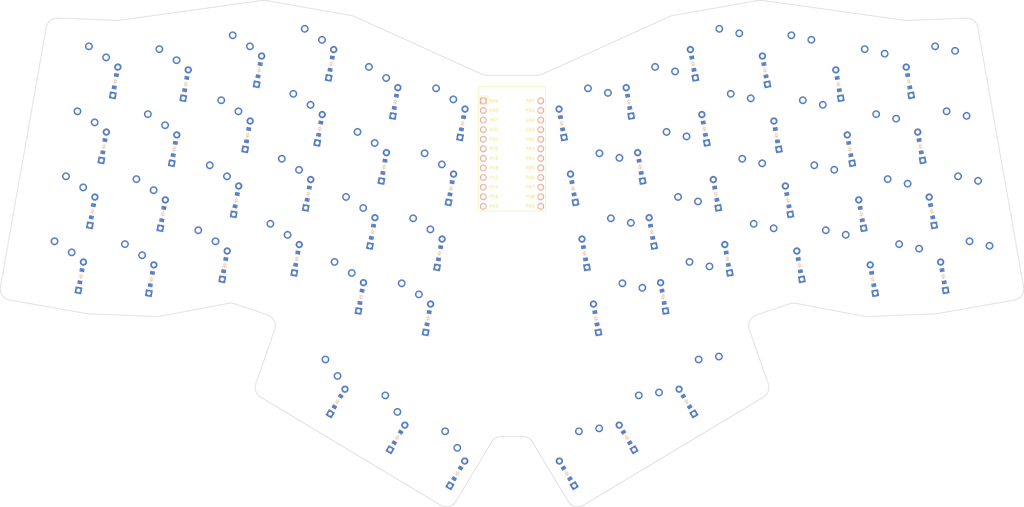
<source format=kicad_pcb>
(kicad_pcb (version 20240108) (generator "pcbnew") (generator_version "8.0")
  (title_block (title "cicada") (rev "1.1") (company "HagelzZ"))
  (layers (0 "F.Cu" signal) (31 "B.Cu" signal) (34 "B.Paste" user) (35 "F.Paste" user) (36 "B.SilkS" user "B.Silkscreen") (37 "F.SilkS" user "F.Silkscreen") (38 "B.Mask" user) (39 "F.Mask" user) (44 "Edge.Cuts" user))
  (net 0 "")
  (net 1 "P20")
  (net 2 "outer_bottom")
  (net 3 "outer_home")
  (net 4 "outer_top")
  (net 5 "outer_number")
  (net 6 "P21")
  (net 7 "pinky_bottom")
  (net 8 "pinky_home")
  (net 9 "pinky_top")
  (net 10 "pinky_number")
  (net 11 "P3")
  (net 12 "ring_bottom")
  (net 13 "ring_home")
  (net 14 "ring_top")
  (net 15 "ring_number")
  (net 16 "P2")
  (net 17 "middle_bottom")
  (net 18 "middle_home")
  (net 19 "middle_top")
  (net 20 "middle_number")
  (net 21 "P0")
  (net 22 "index_bottom")
  (net 23 "index_home")
  (net 24 "index_top")
  (net 25 "index_number")
  (net 26 "P1")
  (net 27 "indexfar_bottom")
  (net 28 "indexfar_home")
  (net 29 "indexfar_top")
  (net 30 "indexfar_number")
  (net 31 "near_thumb")
  (net 32 "home_thumb")
  (net 33 "far_thumb")
  (net 34 "mirror_outer_bottom")
  (net 35 "mirror_outer_home")
  (net 36 "mirror_outer_top")
  (net 37 "mirror_outer_number")
  (net 38 "mirror_pinky_bottom")
  (net 39 "mirror_pinky_home")
  (net 40 "mirror_pinky_top")
  (net 41 "mirror_pinky_number")
  (net 42 "mirror_ring_bottom")
  (net 43 "mirror_ring_home")
  (net 44 "mirror_ring_top")
  (net 45 "mirror_ring_number")
  (net 46 "mirror_middle_bottom")
  (net 47 "mirror_middle_home")
  (net 48 "mirror_middle_top")
  (net 49 "mirror_middle_number")
  (net 50 "mirror_index_bottom")
  (net 51 "mirror_index_home")
  (net 52 "mirror_index_top")
  (net 53 "mirror_index_number")
  (net 54 "mirror_indexfar_bottom")
  (net 55 "mirror_indexfar_home")
  (net 56 "mirror_indexfar_top")
  (net 57 "mirror_indexfar_number")
  (net 58 "mirror_near_thumb")
  (net 59 "mirror_home_thumb")
  (net 60 "mirror_far_thumb")
  (net 61 "P16")
  (net 62 "P14")
  (net 63 "P15")
  (net 64 "P18")
  (net 65 "P10")
  (net 66 "P8")
  (net 67 "P7")
  (net 68 "P6")
  (net 69 "P5")
  (net 70 "P9")
  (net 71 "RAW")
  (net 72 "GND")
  (net 73 "RST")
  (net 74 "VCC")
  (net 75 "P19")
  (net 76 "P4")
  (footprint "ComboDiode" (layer "F.Cu") (at 117.140099 101.743218 80)
    (property "Reference" "D4" (hide yes))
    (property "Value" "" (hide yes))
    (pad "1" thru_hole rect (at -3.810001 0 80) (size 1.778 1.778) (drill 0.9906) (layers "*.Cu" "*.Mask") (net 64 "P18"))
    (pad "1" smd rect (at -1.65 0.000001 80) (size 0.9 1.2) (layers "F.Cu" "F.Paste" "F.Mask") (net 64 "P18"))
    (pad "1" smd rect (at -1.65 0.000001 80) (size 0.9 1.2) (layers "B.Cu" "B.Paste" "B.Mask") (net 64 "P18"))
    (pad "2" smd rect (at 1.65 -0.000001 80) (size 0.9 1.2) (layers "F.Cu" "F.Paste" "F.Mask") (net 5 "outer_number"))
    (pad "2" smd rect (at 1.65 -0.000001 80) (size 0.9 1.2) (layers "B.Cu" "B.Paste" "B.Mask") (net 5 "outer_number"))
    (pad "2" thru_hole circle (at 3.810001 0 80) (size 1.905 1.905) (drill 0.9906) (layers "*.Cu" "*.Mask") (net 5 "outer_number"))
  )
  (footprint "ComboDiode" (layer "F.Cu") (at 203.025371 147.349907 80)
    (property "Reference" "D22" (hide yes))
    (property "Value" "" (hide yes))
    (pad "1" thru_hole rect (at -3.810001 0 80) (size 1.778 1.778) (drill 0.9906) (layers "*.Cu" "*.Mask") (net 62 "P14"))
    (pad "1" smd rect (at -1.65 0.000001 80) (size 0.9 1.2) (layers "F.Cu" "F.Paste" "F.Mask") (net 62 "P14"))
    (pad "1" smd rect (at -1.65 0.000001 80) (size 0.9 1.2) (layers "B.Cu" "B.Paste" "B.Mask") (net 62 "P14"))
    (pad "2" smd rect (at 1.65 -0.000001 80) (size 0.9 1.2) (layers "F.Cu" "F.Paste" "F.Mask") (net 28 "indexfar_home"))
    (pad "2" smd rect (at 1.65 -0.000001 80) (size 0.9 1.2) (layers "B.Cu" "B.Paste" "B.Mask") (net 28 "indexfar_home"))
    (pad "2" thru_hole circle (at 3.810001 0 80) (size 1.905 1.905) (drill 0.9906) (layers "*.Cu" "*.Mask") (net 28 "indexfar_home"))
  )
  (footprint "PG1350" (layer "F.Cu") (at 270.255821 155.463907 10)
    (property "Reference" "S44" (hide yes))
    (property "Value" "" (hide yes))
    (pad "" np_thru_hole circle (at -5.5 0) (size 1.7018 1.7018) (drill 1.7018) (layers "*.Cu" "*.Mask"))
    (pad "" np_thru_hole circle (at 0 0) (size 3.429 3.429) (drill 3.429) (layers "*.Cu" "*.Mask"))
    (pad "" np_thru_hole circle (at 5.5 0) (size 1.7018 1.7018) (drill 1.7018) (layers "*.Cu" "*.Mask"))
    (pad "1" thru_hole circle (at 5 -3.8) (size 2.032 2.032) (drill 1.27) (layers "*.Cu" "*.Mask") (net 21 "P0"))
    (pad "2" thru_hole circle (at 0 -5.9) (size 2.032 2.032) (drill 1.27) (layers "*.Cu" "*.Mask") (net 50 "mirror_index_bottom"))
  )
  (footprint "ComboDiode" (layer "F.Cu") (at 333.371544 136.211489 100)
    (property "Reference" "D29" (hide yes))
    (property "Value" "" (hide yes))
    (pad "1" thru_hole rect (at -3.810001 0 100) (size 1.778 1.778) (drill 0.9906) (layers "*.Cu" "*.Mask") (net 67 "P7"))
    (pad "1" smd rect (at -1.65 -0.000001 100) (size 0.9 1.2) (layers "F.Cu" "F.Paste" "F.Mask") (net 67 "P7"))
    (pad "1" smd rect (at -1.65 -0.000001 100) (size 0.9 1.2) (layers "B.Cu" "B.Paste" "B.Mask") (net 67 "P7"))
    (pad "2" smd rect (at 1.65 0.000001 100) (size 0.9 1.2) (layers "F.Cu" "F.Paste" "F.Mask") (net 35 "mirror_outer_home"))
    (pad "2" smd rect (at 1.65 0.000001 100) (size 0.9 1.2) (layers "B.Cu" "B.Paste" "B.Mask") (net 35 "mirror_outer_home"))
    (pad "2" thru_hole circle (at 3.810001 0 100) (size 1.905 1.905) (drill 0.9906) (layers "*.Cu" "*.Mask") (net 35 "mirror_outer_home"))
  )
  (footprint "ComboDiode" (layer "F.Cu") (at 168.237142 131.569251 80)
    (property "Reference" "D14" (hide yes))
    (property "Value" "" (hide yes))
    (pad "1" thru_hole rect (at -3.810001 0 80) (size 1.778 1.778) (drill 0.9906) (layers "*.Cu" "*.Mask") (net 62 "P14"))
    (pad "1" smd rect (at -1.65 0.000001 80) (size 0.9 1.2) (layers "F.Cu" "F.Paste" "F.Mask") (net 62 "P14"))
    (pad "1" smd rect (at -1.65 0.000001 80) (size 0.9 1.2) (layers "B.Cu" "B.Paste" "B.Mask") (net 62 "P14"))
    (pad "2" smd rect (at 1.65 -0.000001 80) (size 0.9 1.2) (layers "F.Cu" "F.Paste" "F.Mask") (net 18 "middle_home"))
    (pad "2" smd rect (at 1.65 -0.000001 80) (size 0.9 1.2) (layers "B.Cu" "B.Paste" "B.Mask") (net 18 "middle_home"))
    (pad "2" thru_hole circle (at 3.810001 0 80) (size 1.905 1.905) (drill 0.9906) (layers "*.Cu" "*.Mask") (net 18 "middle_home"))
  )
  (footprint "ComboDiode" (layer "F.Cu") (at 314.71848 136.961961 100)
    (property "Reference" "D33" (hide yes))
    (property "Value" "" (hide yes))
    (pad "1" thru_hole rect (at -3.810001 0 100) (size 1.778 1.778) (drill 0.9906) (layers "*.Cu" "*.Mask") (net 67 "P7"))
    (pad "1" smd rect (at -1.65 -0.000001 100) (size 0.9 1.2) (layers "F.Cu" "F.Paste" "F.Mask") (net 67 "P7"))
    (pad "1" smd rect (at -1.65 -0.000001 100) (size 0.9 1.2) (layers "B.Cu" "B.Paste" "B.Mask") (net 67 "P7"))
    (pad "2" smd rect (at 1.65 0.000001 100) (size 0.9 1.2) (layers "F.Cu" "F.Paste" "F.Mask") (net 39 "mirror_pinky_home"))
    (pad "2" smd rect (at 1.65 0.000001 100) (size 0.9 1.2) (layers "B.Cu" "B.Paste" "B.Mask") (net 39 "mirror_pinky_home"))
    (pad "2" thru_hole circle (at 3.810001 0 100) (size 1.905 1.905) (drill 0.9906) (layers "*.Cu" "*.Mask") (net 39 "mirror_pinky_home"))
  )
  (footprint "ComboDiode" (layer "F.Cu") (at 259.193409 141.675396 100)
    (property "Reference" "D45" (hide yes))
    (property "Value" "" (hide yes))
    (pad "1" thru_hole rect (at -3.810001 0 100) (size 1.778 1.778) (drill 0.9906) (layers "*.Cu" "*.Mask") (net 67 "P7"))
    (pad "1" smd rect (at -1.65 -0.000001 100) (size 0.9 1.2) (layers "F.Cu" "F.Paste" "F.Mask") (net 67 "P7"))
    (pad "1" smd rect (at -1.65 -0.000001 100) (size 0.9 1.2) (layers "B.Cu" "B.Paste" "B.Mask") (net 67 "P7"))
    (pad "2" smd rect (at 1.65 0.000001 100) (size 0.9 1.2) (layers "F.Cu" "F.Paste" "F.Mask") (net 51 "mirror_index_home"))
    (pad "2" smd rect (at 1.65 0.000001 100) (size 0.9 1.2) (layers "B.Cu" "B.Paste" "B.Mask") (net 51 "mirror_index_home"))
    (pad "2" thru_hole circle (at 3.810001 0 100) (size 1.905 1.905) (drill 0.9906) (layers "*.Cu" "*.Mask") (net 51 "mirror_index_home"))
  )
  (footprint "ComboDiode" (layer "F.Cu") (at 292.245156 116.046663 100)
    (property "Reference" "D38" (hide yes))
    (property "Value" "" (hide yes))
    (pad "1" thru_hole rect (at -3.810001 0 100) (size 1.778 1.778) (drill 0.9906) (layers "*.Cu" "*.Mask") (net 68 "P6"))
    (pad "1" smd rect (at -1.65 -0.000001 100) (size 0.9 1.2) (layers "F.Cu" "F.Paste" "F.Mask") (net 68 "P6"))
    (pad "1" smd rect (at -1.65 -0.000001 100) (size 0.9 1.2) (layers "B.Cu" "B.Paste" "B.Mask") (net 68 "P6"))
    (pad "2" smd rect (at 1.65 0.000001 100) (size 0.9 1.2) (layers "F.Cu" "F.Paste" "F.Mask") (net 44 "mirror_ring_top"))
    (pad "2" smd rect (at 1.65 0.000001 100) (size 0.9 1.2) (layers "B.Cu" "B.Paste" "B.Mask") (net 44 "mirror_ring_top"))
    (pad "2" thru_hole circle (at 3.810001 0 100) (size 1.905 1.905) (drill 0.9906) (layers "*.Cu" "*.Mask") (net 44 "mirror_ring_top"))
  )
  (footprint "ComboDiode" (layer "F.Cu") (at 191.863548 196.196867 59)
    (property "Reference" "D26" (hide yes))
    (property "Value" "" (hide yes))
    (pad "1" thru_hole rect (at -3.81 0 59) (size 1.778 1.778) (drill 0.9906) (layers "*.Cu" "*.Mask") (net 65 "P10"))
    (pad "1" smd rect (at -1.65 0 59) (size 0.9 1.2) (layers "F.Cu" "F.Paste" "F.Mask") (net 65 "P10"))
    (pad "1" smd rect (at -1.65 0 59) (size 0.9 1.2) (layers "B.Cu" "B.Paste" "B.Mask") (net 65 "P10"))
    (pad "2" smd rect (at 1.65 0 59) (size 0.9 1.2) (layers "F.Cu" "F.Paste" "F.Mask") (net 32 "home_thumb"))
    (pad "2" smd rect (at 1.65 0 59) (size 0.9 1.2) (layers "B.Cu" "B.Paste" "B.Mask") (net 32 "home_thumb"))
    (pad "2" thru_hole circle (at 3.81 0 59) (size 1.905 1.905) (drill 0.9906) (layers "*.Cu" "*.Mask") (net 32 "home_thumb"))
  )
  (footprint "PG1350" (layer "F.Cu") (at 264.178135 120.995636 10)
    (property "Reference" "S46" (hide yes))
    (property "Value" "" (hide yes))
    (pad "" np_thru_hole circle (at -5.5 0) (size 1.7018 1.7018) (drill 1.7018) (layers "*.Cu" "*.Mask"))
    (pad "" np_thru_hole circle (at 0 0) (size 3.429 3.429) (drill 3.429) (layers "*.Cu" "*.Mask"))
    (pad "" np_thru_hole circle (at 5.5 0) (size 1.7018 1.7018) (drill 1.7018) (layers "*.Cu" "*.Mask"))
    (pad "1" thru_hole circle (at 5 -3.8) (size 2.032 2.032) (drill 1.27) (layers "*.Cu" "*.Mask") (net 21 "P0"))
    (pad "2" thru_hole circle (at 0 -5.9) (size 2.032 2.032) (drill 1.27) (layers "*.Cu" "*.Mask") (net 52 "mirror_index_top"))
  )
  (footprint "ComboDiode" (layer "F.Cu") (at 317.757323 154.196097 100)
    (property "Reference" "D32" (hide yes))
    (property "Value" "" (hide yes))
    (pad "1" thru_hole rect (at -3.810001 0 100) (size 1.778 1.778) (drill 0.9906) (layers "*.Cu" "*.Mask") (net 66 "P8"))
    (pad "1" smd rect (at -1.65 -0.000001 100) (size 0.9 1.2) (layers "F.Cu" "F.Paste" "F.Mask") (net 66 "P8"))
    (pad "1" smd rect (at -1.65 -0.000001 100) (size 0.9 1.2) (layers "B.Cu" "B.Paste" "B.Mask") (net 66 "P8"))
    (pad "2" smd rect (at 1.65 0.000001 100) (size 0.9 1.2) (layers "F.Cu" "F.Paste" "F.Mask") (net 38 "mirror_pinky_bottom"))
    (pad "2" smd rect (at 1.65 0.000001 100) (size 0.9 1.2) (layers "B.Cu" "B.Paste" "B.Mask") (net 38 "mirror_pinky_bottom"))
    (pad "2" thru_hole circle (at 3.810001 0 100) (size 1.905 1.905) (drill 0.9906) (layers "*.Cu" "*.Mask") (net 38 "mirror_pinky_bottom"))
  )
  (footprint "PG1350" (layer "F.Cu") (at 144.165231 112.601038 -10)
    (property "Reference" "S11" (hide yes))
    (property "Value" "" (hide yes))
    (pad "" np_thru_hole circle (at -5.5 0) (size 1.7018 1.7018) (drill 1.7018) (layers "*.Cu" "*.Mask"))
    (pad "" np_thru_hole circle (at 0 0) (size 3.429 3.429) (drill 3.429) (layers "*.Cu" "*.Mask"))
    (pad "" np_thru_hole circle (at 5.5 0) (size 1.7018 1.7018) (drill 1.7018) (layers "*.Cu" "*.Mask"))
    (pad "1" thru_hole circle (at 5 -3.8) (size 2.032 2.032) (drill 1.27) (layers "*.Cu" "*.Mask") (net 11 "P3"))
    (pad "2" thru_hole circle (at 0 -5.9) (size 2.032 2.032) (drill 1.27) (layers "*.Cu" "*.Mask") (net 14 "ring_top"))
  )
  (footprint "PG1350" (layer "F.Cu") (at 174.178135 155.463907 -10)
    (property "Reference" "S17" (hide yes))
    (property "Value" "" (hide yes))
    (pad "" np_thru_hole circle (at -5.5 0) (size 1.7018 1.7018) (drill 1.7018) (layers "*.Cu" "*.Mask"))
    (pad "" np_thru_hole circle (at 0 0) (size 3.429 3.429) (drill 3.429) (layers "*.Cu" "*.Mask"))
    (pad "" np_thru_hole circle (at 5.5 0) (size 1.7018 1.7018) (drill 1.7018) (layers "*.Cu" "*.Mask"))
    (pad "1" thru_hole circle (at 5 -3.8) (size 2.032 2.032) (drill 1.27) (layers "*.Cu" "*.Mask") (net 21 "P0"))
    (pad "2" thru_hole circle (at 0 -5.9) (size 2.032 2.032) (drill 1.27) (layers "*.Cu" "*.Mask") (net 22 "index_bottom"))
  )
  (footprint "PG1350" (layer "F.Cu") (at 157.174729 145.357761 -10)
    (property "Reference" "S13" (hide yes))
    (property "Value" "" (hide yes))
    (pad "" np_thru_hole circle (at -5.5 0) (size 1.7018 1.7018) (drill 1.7018) (layers "*.Cu" "*.Mask"))
    (pad "" np_thru_hole circle (at 0 0) (size 3.429 3.429) (drill 3.429) (layers "*.Cu" "*.Mask"))
    (pad "" np_thru_hole circle (at 5.5 0) (size 1.7018 1.7018) (drill 1.7018) (layers "*.Cu" "*.Mask"))
    (pad "1" thru_hole circle (at 5 -3.8) (size 2.032 2.032) (drill 1.27) (layers "*.Cu" "*.Mask") (net 16 "P2"))
    (pad "2" thru_hole circle (at 0 -5.9) (size 2.032 2.032) (drill 1.27) (layers "*.Cu" "*.Mask") (net 17 "middle_bottom"))
  )
  (footprint "ComboDiode" (layer "F.Cu") (at 126.676633 154.196097 80)
    (property "Reference" "D5" (hide yes))
    (property "Value" "" (hide yes))
    (pad "1" thru_hole rect (at -3.810001 0 80) (size 1.778 1.778) (drill 0.9906) (layers "*.Cu" "*.Mask") (net 61 "P16"))
    (pad "1" smd rect (at -1.65 0.000001 80) (size 0.9 1.2) (layers "F.Cu" "F.Paste" "F.Mask") (net 61 "P16"))
    (pad "1" smd rect (at -1.65 0.000001 80) (size 0.9 1.2) (layers "B.Cu" "B.Paste" "B.Mask") (net 61 "P16"))
    (pad "2" smd rect (at 1.65 -0.000001 80) (size 0.9 1.2) (layers "F.Cu" "F.Paste" "F.Mask") (net 7 "pinky_bottom"))
    (pad "2" smd rect (at 1.65 -0.000001 80) (size 0.9 1.2) (layers "B.Cu" "B.Paste" "B.Mask") (net 7 "pinky_bottom"))
    (pad "2" thru_hole circle (at 3.810001 0 80) (size 1.905 1.905) (drill 0.9906) (layers "*.Cu" "*.Mask") (net 7 "pinky_bottom"))
  )
  (footprint "PG1350" (layer "F.Cu") (at 243.354469 109.436011 10)
    (property "Reference" "S51" (hide yes))
    (property "Value" "" (hide yes))
    (pad "" np_thru_hole circle (at -5.5 0) (size 1.7018 1.7018) (drill 1.7018) (layers "*.Cu" "*.Mask"))
    (pad "" np_thru_hole circle (at 0 0) (size 3.429 3.429) (drill 3.429) (layers "*.Cu" "*.Mask"))
    (pad "" np_thru_hole circle (at 5.5 0) (size 1.7018 1.7018) (drill 1.7018) (layers "*.Cu" "*.Mask"))
    (pad "1" thru_hole circle (at 5 -3.8) (size 2.032 2.032) (drill 1.27) (layers "*.Cu" "*.Mask") (net 26 "P1"))
    (pad "2" thru_hole circle (at 0 -5.9) (size 2.032 2.032) (drill 1.27) (layers "*.Cu" "*.Mask") (net 57 "mirror_indexfar_number"))
  )
  (footprint "ComboDiode" (layer "F.Cu") (at 298.322842 150.514934 100)
    (property "Reference" "D36" (hide yes))
    (property "Value" "" (hide yes))
    (pad "1" thru_hole rect (at -3.810001 0 100) (size 1.778 1.778) (drill 0.9906) (layers "*.Cu" "*.Mask") (net 66 "P8"))
    (pad "1" smd rect (at -1.65 -0.000001 100) (size 0.9 1.2) (layers "F.Cu" "F.Paste" "F.Mask") (net 66 "P8"))
    (pad "1" smd rect (at -1.65 -0.000001 100) (size 0.9 1.2) (layers "B.Cu" "B.Paste" "B.Mask") (net 66 "P8"))
    (pad "2" smd rect (at 1.65 0.000001 100) (size 0.9 1.2) (layers "F.Cu" "F.Paste" "F.Mask") (net 42 "mirror_ring_bottom"))
    (pad "2" smd rect (at 1.65 0.000001 100) (size 0.9 1.2) (layers "B.Cu" "B.Paste" "B.Mask") (net 42 "mirror_ring_bottom"))
    (pad "2" thru_hole circle (at 3.810001 0 100) (size 1.905 1.905) (drill 0.9906) (layers "*.Cu" "*.Mask") (net 42 "mirror_ring_bottom"))
  )
  (footprint "PG1350" (layer "F.Cu") (at 195.001801 143.904282 -10)
    (property "Reference" "S22" (hide yes))
    (property "Value" "" (hide yes))
    (pad "" np_thru_hole circle (at -5.5 0) (size 1.7018 1.7018) (drill 1.7018) (layers "*.Cu" "*.Mask"))
    (pad "" np_thru_hole circle (at 0 0) (size 3.429 3.429) (drill 3.429) (layers "*.Cu" "*.Mask"))
    (pad "" np_thru_hole circle (at 5.5 0) (size 1.7018 1.7018) (drill 1.7018) (layers "*.Cu" "*.Mask"))
    (pad "1" thru_hole circle (at 5 -3.8) (size 2.032 2.032) (drill 1.27) (layers "*.Cu" "*.Mask") (net 26 "P1"))
    (pad "2" thru_hole circle (at 0 -5.9) (size 2.032 2.032) (drill 1.27) (layers "*.Cu" "*.Mask") (net 28 "indexfar_home"))
  )
  (footprint "PG1350" (layer "F.Cu") (at 274.68385 180.576505 31)
    (property "Reference" "S52" (hide yes))
    (property "Value" "" (hide yes))
    (pad "" np_thru_hole circle (at -5.5 0) (size 1.7018 1.7018) (drill 1.7018) (layers "*.Cu" "*.Mask"))
    (pad "" np_thru_hole circle (at 0 0) (size 3.429 3.429) (drill 3.429) (layers "*.Cu" "*.Mask"))
    (pad "" np_thru_hole circle (at 5.5 0) (size 1.7018 1.7018) (drill 1.7018) (layers "*.Cu" "*.Mask"))
    (pad "1" thru_hole circle (at 5 -3.8) (size 2.032 2.032) (drill 1.27) (layers "*.Cu" "*.Mask") (net 16 "P2"))
    (pad "2" thru_hole circle (at 0 -5.9) (size 2.032 2.032) (drill 1.27) (layers "*.Cu" "*.Mask") (net 58 "mirror_near_thumb"))
  )
  (footprint "ComboDiode" (layer "F.Cu") (at 155.227643 98.812527 80)
    (property "Reference" "D12" (hide yes))
    (property "Value" "" (hide yes))
    (pad "1" thru_hole rect (at -3.810001 0 80) (size 1.778 1.778) (drill 0.9906) (layers "*.Cu" "*.Mask") (net 64 "P18"))
    (pad "1" smd rect (at -1.65 0.000001 80) (size 0.9 1.2) (layers "F.Cu" "F.Paste" "F.Mask") (net 64 "P18"))
    (pad "1" smd rect (at -1.65 0.000001 80) (size 0.9 1.2) (layers "B.Cu" "B.Paste" "B.Mask") (net 64 "P18"))
    (pad "2" smd rect (at 1.65 -0.000001 80) (size 0.9 1.2) (layers "F.Cu" "F.Paste" "F.Mask") (net 15 "ring_number"))
    (pad "2" smd rect (at 1.65 -0.000001 80) (size 0.9 1.2) (layers "B.Cu" "B.Paste" "B.Mask") (net 15 "ring_number"))
    (pad "2" thru_hole circle (at 3.810001 0 80) (size 1.905 1.905) (drill 0.9906) (layers "*.Cu" "*.Mask") (net 15 "ring_number"))
  )
  (footprint "ComboDiode" (layer "F.Cu") (at 235.3309 112.881636 100)
    (property "Reference" "D51" (hide yes))
    (property "Value" "" (hide yes))
    (pad "1" thru_hole rect (at -3.810001 0 100) (size 1.778 1.778) (drill 0.9906) (layers "*.Cu" "*.Mask") (net 69 "P5"))
    (pad "1" smd rect (at -1.65 -0.000001 100) (size 0.9 1.2) (layers "F.Cu" "F.Paste" "F.Mask") (net 69 "P5"))
    (pad "1" smd rect (at -1.65 -0.000001 100) (size 0.9 1.2) (layers "B.Cu" "B.Paste" "B.Mask") (net 69 "P5"))
    (pad "2" smd rect (at 1.65 0.000001 100) (size 0.9 1.2) (layers "F.Cu" "F.Paste" "F.Mask") (net 57 "mirror_indexfar_number"))
    (pad "2" smd rect (at 1.65 0.000001 100) (size 0.9 1.2) (layers "B.Cu" "B.Paste" "B.Mask") (net 57 "mirror_indexfar_number"))
    (pad "2" thru_hole circle (at 3.810001 0 100) (size 1.905 1.905) (drill 0.9906) (layers "*.Cu" "*.Mask") (net 57 "mirror_indexfar_number"))
  )
  (footprint "PG1350" (layer "F.Cu") (at 303.307569 129.835173 10)
    (property "Reference" "S37" (hide yes))
    (property "Value" "" (hide yes))
    (pad "" np_thru_hole circle (at -5.5 0) (size 1.7018 1.7018) (drill 1.7018) (layers "*.Cu" "*.Mask"))
    (pad "" np_thru_hole circle (at 0 0) (size 3.429 3.429) (drill 3.429) (layers "*.Cu" "*.Mask"))
    (pad "" np_thru_hole circle (at 5.5 0) (size 1.7018 1.7018) (drill 1.7018) (layers "*.Cu" "*.Mask"))
    (pad "1" thru_hole circle (at 5 -3.8) (size 2.032 2.032) (drill 1.27) (layers "*.Cu" "*.Mask") (net 11 "P3"))
    (pad "2" thru_hole circle (at 0 -5.9) (size 2.032 2.032) (drill 1.27) (layers "*.Cu" "*.Mask") (net 43 "mirror_ring_home"))
  )
  (footprint "ComboDiode" (layer "F.Cu") (at 171.275985 114.335115 80)
    (property "Reference" "D15" (hide yes))
    (property "Value" "" (hide yes))
    (pad "1" thru_hole rect (at -3.810001 0 80) (size 1.778 1.778) (drill 0.9906) (layers "*.Cu" "*.Mask") (net 63 "P15"))
    (pad "1" smd rect (at -1.65 0.000001 80) (size 0.9 1.2) (layers "F.Cu" "F.Paste" "F.Mask") (net 63 "P15"))
    (pad "1" smd rect (at -1.65 0.000001 80) (size 0.9 1.2) (layers "B.Cu" "B.Paste" "B.Mask") (net 63 "P15"))
    (pad "2" smd rect (at 1.65 -0.000001 80) (size 0.9 1.2) (layers "F.Cu" "F.Paste" "F.Mask") (net 19 "middle_top"))
    (pad "2" smd rect (at 1.65 -0.000001 80) (size 0.9 1.2) (layers "B.Cu" "B.Paste" "B.Mask") (net 19 "middle_top"))
    (pad "2" thru_hole circle (at 3.810001 0 80) (size 1.905 1.905) (drill 0.9906) (layers "*.Cu" "*.Mask") (net 19 "middle_top"))
  )
  (footprint "PG1350" (layer "F.Cu") (at 319.703206 116.282201 10)
    (property "Reference" "S34" (hide yes))
    (property "Value" "" (hide yes))
    (pad "" np_thru_hole circle (at -5.5 0) (size 1.7018 1.7018) (drill 1.7018) (layers "*.Cu" "*.Mask"))
    (pad "" np_thru_hole circle (at 0 0) (size 3.429 3.429) (drill 3.429) (layers "*.Cu" "*.Mask"))
    (pad "" np_thru_hole circle (at 5.5 0) (size 1.7018 1.7018) (drill 1.7018) (layers "*.Cu" "*.Mask"))
    (pad "1" thru_hole circle (at 5 -3.8) (size 2.032 2.032) (drill 1.27) (layers "*.Cu" "*.Mask") (net 6 "P21"))
    (pad "2" thru_hole circle (at 0 -5.9) (size 2.032 2.032) (drill 1.27) (layers "*.Cu" "*.Mask") (net 40 "mirror_pinky_top"))
  )
  (footprint "PG1350" (layer "F.Cu") (at 163.252415 110.88949 -10)
    (property "Reference" "S15" (hide yes))
    (property "Value" "" (hide yes))
    (pad "" np_thru_hole circle (at -5.5 0) (size 1.7018 1.7018) (drill 1.7018) (layers "*.Cu" "*.Mask"))
    (pad "" np_thru_hole circle (at 0 0) (size 3.429 3.429) (drill 3.429) (layers "*.Cu" "*.Mask"))
    (pad "" np_thru_hole circle (at 5.5 0) (size 1.7018 1.7018) (drill 1.7018) (layers "*.Cu" "*.Mask"))
    (pad "1" thru_hole circle (at 5 -3.8) (size 2.032 2.032) (drill 1.27) (layers "*.Cu" "*.Mask") (net 16 "P2"))
    (pad "2" thru_hole circle (at 0 -5.9) (size 2.032 2.032) (drill 1.27) (layers "*.Cu" "*.Mask") (net 19 "middle_top"))
  )
  (footprint "PG1350" (layer "F.Cu") (at 284.220384 128.123626 10)
    (property "Reference" "S41" (hide yes))
    (property "Value" "" (hide yes))
    (pad "" np_thru_hole circle (at -5.5 0) (size 1.7018 1.7018) (drill 1.7018) (layers "*.Cu" "*.Mask"))
    (pad "" np_thru_hole circle (at 0 0) (size 3.429 3.429) (drill 3.429) (layers "*.Cu" "*.Mask"))
    (pad "" np_thru_hole circle (at 5.5 0) (size 1.7018 1.7018) (drill 1.7018) (layers "*.Cu" "*.Mask"))
    (pad "1" thru_hole circle (at 5 -3.8) (size 2.032 2.032) (drill 1.27) (layers "*.Cu" "*.Mask") (net 16 "P2"))
    (pad "2" thru_hole circle (at 0 -5.9) (size 2.032 2.032) (drill 1.27) (layers "*.Cu" "*.Mask") (net 47 "mirror_middle_home"))
  )
  (footprint "PG1350" (layer "F.Cu") (at 242.96866 199.632914 31)
    (property "Reference" "S54" (hide yes))
    (property "Value" "" (hide yes))
    (pad "" np_thru_hole circle (at -5.5 0) (size 1.7018 1.7018) (drill 1.7018) (layers "*.Cu" "*.Mask"))
    (pad "" np_thru_hole circle (at 0 0) (size 3.429 3.429) (drill 3.429) (layers "*.Cu" "*.Mask"))
    (pad "" np_thru_hole circle (at 5.5 0) (size 1.7018 1.7018) (drill 1.7018) (layers "*.Cu" "*.Mask"))
    (pad "1" thru_hole circle (at 5 -3.8) (size 2.032 2.032) (drill 1.27) (layers "*.Cu" "*.Mask") (net 26 "P1"))
    (pad "2" thru_hole circle (at 0 -5.9) (size 2.032 2.032) (drill 1.27) (layers "*.Cu" "*.Mask") (net 60 "mirror_far_thumb"))
  )
  (footprint "PG1350" (layer "F.Cu") (at 246.393312 126.670146 10)
    (property "Reference" "S50" (hide yes))
    (property "Value" "" (hide yes))
    (pad "" np_thru_hole circle (at -5.5 0) (size 1.7018 1.7018) (drill 1.7018) (layers "*.Cu" "*.Mask"))
    (pad "" np_thru_hole circle (at 0 0) (size 3.429 3.429) (drill 3.429) (layers "*.Cu" "*.Mask"))
    (pad "" np_thru_hole circle (at 5.5 0) (size 1.7018 1.7018) (drill 1.7018) (layers "*.Cu" "*.Mask"))
    (pad "1" thru_hole circle (at 5 -3.8) (size 2.032 2.032) (drill 1.27) (layers "*.Cu" "*.Mask") (net 26 "P1"))
    (pad "2" thru_hole circle (at 0 -5.9) (size 2.032 2.032) (drill 1.27) (layers "*.Cu" "*.Mask") (net 56 "mirror_indexfar_top"))
  )
  (footprint "PG1350" (layer "F.Cu") (at 278.142698 93.655354 10)
    (property "Reference" "S43" (hide yes))
    (property "Value" "" (hide yes))
    (pad "" np_thru_hole circle (at -5.5 0) (size 1.7018 1.7018) (drill 1.7018) (layers "*.Cu" "*.Mask"))
    (pad "" np_thru_hole circle (at 0 0) (size 3.429 3.429) (drill 3.429) (layers "*.Cu" "*.Mask"))
    (pad "" np_thru_hole circle (at 5.5 0) (size 1.7018 1.7018) (drill 1.7018) (layers "*.Cu" "*.Mask"))
    (pad "1" thru_hole circle (at 5 -3.8) (size 2.032 2.032) (drill 1.27) (layers "*.Cu" "*.Mask") (net 16 "P2"))
    (pad "2" thru_hole circle (at 0 -5.9) (size 2.032 2.032) (drill 1.27) (layers "*.Cu" "*.Mask") (net 49 "mirror_middle_number"))
  )
  (footprint "ComboDiode" (layer "F.Cu") (at 256.154566 124.441261 100)
    (property "Reference" "D46" (hide yes))
    (property "Value" "" (hide yes))
    (pad "1" thru_hole rect (at -3.810001 0 100) (size 1.778 1.778) (drill 0.9906) (layers "*.Cu" "*.Mask") (net 68 "P6"))
    (pad "1" smd rect (at -1.65 -0.000001 100) (size 0.9 1.2) (layers "F.Cu" "F.Paste" "F.Mask") (net 68 "P6"))
    (pad "1" smd rect (at -1.65 -0.000001 100) (size 0.9 1.2) (layers "B.Cu" "B.Paste" "B.Mask") (net 68 "P6"))
    (pad "2" smd rect (at 1.65 0.000001 100) (size 0.9 1.2) (layers "F.Cu" "F.Paste" "F.Mask") (net 52 "mirror_index_top"))
    (pad "2" smd rect (at 1.65 0.000001 100) (size 0.9 1.2) (layers "B.Cu" "B.Paste" "B.Mask") (net 52 "mirror_index_top"))
    (pad "2" thru_hole circle (at 3.810001 0 100) (size 1.905 1.905) (drill 0.9906) (layers "*.Cu" "*.Mask") (net 52 "mirror_index_top"))
  )
  (footprint "ComboDiode" (layer "F.Cu") (at 308.640794 102.49369 100)
    (property "Reference" "D35" (hide yes))
    (property "Value" "" (hide yes))
    (pad "1" thru_hole rect (at -3.810001 0 100) (size 1.778 1.778) (drill 0.9906) (layers "*.Cu" "*.Mask") (net 69 "P5"))
    (pad "1" smd rect (at -1.65 -0.000001 100) (size 0.9 1.2) (layers "F.Cu" "F.Paste" "F.Mask") (net 69 "P5"))
    (pad "1" smd rect (at -1.65 -0.000001 100) (size 0.9 1.2) (layers "B.Cu" "B.Paste" "B.Mask") (net 69 "P5"))
    (pad "2" smd rect (at 1.65 0.000001 100) (size 0.9 1.2) (layers "F.Cu" "F.Paste" "F.Mask") (net 41 "mirror_pinky_number"))
    (pad "2" smd rect (at 1.65 0.000001 100) (size 0.9 1.2) (layers "B.Cu" "B.Paste" "B.Mask") (net 41 "mirror_pinky_number"))
    (pad "2" thru_hole circle (at 3.810001 0 100) (size 1.905 1.905) (drill 0.9906) (layers "*.Cu" "*.Mask") (net 41 "mirror_pinky_number"))
  )
  (footprint "PG1350" (layer "F.Cu") (at 118.653064 150.750472 -10)
    (property "Reference" "S5" (hide yes))
    (property "Value" "" (hide yes))
    (pad "" np_thru_hole circle (at -5.5 0) (size 1.7018 1.7018) (drill 1.7018) (layers "*.Cu" "*.Mask"))
    (pad "" np_thru_hole circle (at 0 0) (size 3.429 3.429) (drill 3.429) (layers "*.Cu" "*.Mask"))
    (pad "" np_thru_hole circle (at 5.5 0) (size 1.7018 1.7018) (drill 1.7018) (layers "*.Cu" "*.Mask"))
    (pad "1" thru_hole circle (at 5 -3.8) (size 2.032 2.032) (drill 1.27) (layers "*.Cu" "*.Mask") (net 6 "P21"))
    (pad "2" thru_hole circle (at 0 -5.9) (size 2.032 2.032) (drill 1.27) (layers "*.Cu" "*.Mask") (net 7 "pinky_bottom"))
  )
  (footprint "PG1350" (layer "F.Cu") (at 249.432155 143.904282 10)
    (property "Reference" "S49" (hide yes))
    (property "Value" "" (hide yes))
    (pad "" np_thru_hole circle (at -5.5 0) (size 1.7018 1.7018) (drill 1.7018) (layers "*.Cu" "*.Mask"))
    (pad "" np_thru_hole circle (at 0 0) (size 3.429 3.429) (drill 3.429) (layers "*.Cu" "*.Mask"))
    (pad "" np_thru_hole circle (at 5.5 0) (size 1.7018 1.7018) (drill 1.7018) (layers "*.Cu" "*.Mask"))
    (pad "1" thru_hole circle (at 5 -3.8) (size 2.032 2.032) (drill 1.27) (layers "*.Cu" "*.Mask") (net 26 "P1"))
    (pad "2" thru_hole circle (at 0 -5.9) (size 2.032 2.032) (drill 1.27) (layers "*.Cu" "*.Mask") (net 55 "mirror_indexfar_home"))
  )
  (footprint "ComboDiode" (layer "F.Cu") (at 209.103057 112.881636 80)
    (property "Reference" "D24" (hide yes))
    (property "Value" "" (hide yes))
    (pad "1" thru_hole rect (at -3.810001 0 80) (size 1.778 1.778) (drill 0.9906) (layers "*.Cu" "*.Mask") (net 64 "P18"))
    (pad "1" smd rect (at -1.65 0.000001 80) (size 0.9 1.2) (layers "F.Cu" "F.Paste" "F.Mask") (net 64 "P18"))
    (pad "1" smd rect (at -1.65 0.000001 80) (size 0.9 1.2) (layers "B.Cu" "B.Paste" "B.Mask") (net 64 "P18"))
    (pad "2" smd rect (at 1.65 -0.000001 80) (size 0.9 1.2) (layers "F.Cu" "F.Paste" "F.Mask") (net 30 "indexfar_number"))
    (pad "2" smd rect (at 1.65 -0.000001 80) (size 0.9 1.2) (layers "B.Cu" "B.Paste" "B.Mask") (net 30 "indexfar_number"))
    (pad "2" thru_hole circle (at 3.810001 0 80) (size 1.905 1.905) (drill 0.9906) (layers "*.Cu" "*.Mask") (net 30 "indexfar_number"))
  )
  (footprint "ComboDiode" (layer "F.Cu") (at 295.283999 133.280798 100)
    (property "Reference" "D37" (hide yes))
    (property "Value" "" (hide yes))
    (pad "1" thru_hole rect (at -3.810001 0 100) (size 1.778 1.778) (drill 0.9906) (layers "*.Cu" "*.Mask") (net 67 "P7"))
    (pad "1" smd rect (at -1.65 -0.000001 100) (size 0.9 1.2) (layers "F.Cu" "F.Paste" "F.Mask") (net 67 "P7"))
    (pad "1" smd rect (at -1.65 -0.000001 100) (size 0.9 1.2) (layers "B.Cu" "B.Paste" "B.Mask") (net 67 "P7"))
    (pad "2" smd rect (at 1.65 0.000001 100) (size 0.9 1.2) (layers "F.Cu" "F.Paste" "F.Mask") (net 43 "mirror_ring_home"))
    (pad "2" smd rect (at 1.65 0.000001 100) (size 0.9 1.2) (layers "B.Cu" "B.Paste" "B.Mask") (net 43 "mirror_ring_home"))
    (pad "2" thru_hole circle (at 3.810001 0 100) (size 1.905 1.905) (drill 0.9906) (layers "*.Cu" "*.Mask") (net 43 "mirror_ring_home"))
  )
  (footprint "PG1350" (layer "F.Cu") (at 198.040644 126.670146 -10)
    (property "Reference" "S23" (hide yes))
    (property "Value" "" (hide yes))
    (pad "" np_thru_hole circle (at -5.5 0) (size 1.7018 1.7018) (drill 1.7018) (layers "*.Cu" "*.Mask"))
    (pad "" np_thru_hole circle (at 0 0) (size 3.429 3.429) (drill 3.429) (layers "*.Cu" "*.Mask"))
    (pad "" np_thru_hole circle (at 5.5 0) (size 1.7018 1.7018) (drill 1.7018) (layers "*.Cu" "*.Mask"))
    (pad "1" thru_hole circle (at 5 -3.8) (size 2.032 2.032) (drill 1.27) (layers "*.Cu" "*.Mask") (net 26 "P1"))
    (pad "2" thru_hole circle (at 0 -5.9) (size 2.032 2.032) (drill 1.27) (layers "*.Cu" "*.Mask") (net 29 "indexfar_top"))
  )
  (footprint "ComboDiode" (layer "F.Cu") (at 135.793163 102.49369 80)
    (property "Reference" "D8" (hide yes))
    (property "Value" "" (hide yes))
    (pad "1" thru_hole rect (at -3.810001 0 80) (size 1.778 1.778) (drill 0.9906) (layers "*.Cu" "*.Mask") (net 64 "P18"))
    (pad "1" smd rect (at -1.65 0.000001 80) (size 0.9 1.2) (layers "F.Cu" "F.Paste" "F.Mask") (net 64 "P18"))
    (pad "1" smd rect (at -1.65 0.000001 80) (size 0.9 1.2) (layers "B.Cu" "B.Paste" "B.Mask") (net 64 "P18"))
    (pad "2" smd rect (at 1.65 -0.000001 80) (size 0.9 1.2) (layers "F.Cu" "F.Paste" "F.Mask") (net 10 "pinky_number"))
    (pad "2" smd rect (at 1.65 -0.000001 80) (size 0.9 1.2) (layers "B.Cu" "B.Paste" "B.Mask") (net 10 "pinky_number"))
    (pad "2" thru_hole circle (at 3.810001 0 80) (size 1.905 1.905) (drill 0.9906) (layers "*.Cu" "*.Mask") (net 10 "pinky_number"))
  )
  (footprint "ComboDiode" (layer "F.Cu") (at 174.314828 97.100979 80)
    (property "Reference" "D16" (hide yes))
    (property "Value" "" (hide yes))
    (pad "1" thru_hole rect (at -3.810001 0 80) (size 1.778 1.778) (drill 0.9906) (layers "*.Cu" "*.Mask") (net 64 "P18"))
    (pad "1" smd rect (at -1.65 0.000001 80) (size 0.9 1.2) (layers "F.Cu" "F.Paste" "F.Mask") (net 64 "P18"))
    (pad "1" smd rect (at -1.65 0.000001 80) (size 0.9 1.2) (layers "B.Cu" "B.Paste" "B.Mask") (net 64 "P18"))
    (pad "2" smd rect (at 1.65 -0.000001 80) (size 0.9 1.2) (layers "F.Cu" "F.Paste" "F.Mask") (net 20 "middle_number"))
    (pad "2" smd rect (at 1.65 -0.000001 80) (size 0.9 1.2) (layers "B.Cu" "B.Paste" "B.Mask") (net 20 "middle_number"))
    (pad "2" thru_hole circle (at 3.810001 0 80) (size 1.905 1.905) (drill 0.9906) (layers "*.Cu" "*.Mask") (net 20 "middle_number"))
  )
  (footprint "ComboDiode" (layer "F.Cu") (at 114.101256 118.977354 80)
    (property "Reference" "D3" (hide yes))
    (property "Value" "" (hide yes))
    (pad "1" thru_hole rect (at -3.810001 0 80) (size 1.778 1.778) (drill 0.9906) (layers "*.Cu" "*.Mask") (net 63 "P15"))
    (pad "1" smd rect (at -1.65 0.000001 80) (size 0.9 1.2) (layers "F.Cu" "F.Paste" "F.Mask") (net 63 "P15"))
    (pad "1" smd rect (at -1.65 0.000001 80) (size 0.9 1.2) (layers "B.Cu" "B.Paste" "B.Mask") (net 63 "P15"))
    (pad "2" smd rect (at 1.65 -0.000001 80) (size 0.9 1.2) (layers "F.Cu" "F.Paste" "F.Mask") (net 4 "outer_top"))
    (pad "2" smd rect (at 1.65 -0.000001 80) (size 0.9 1.2) (layers "B.Cu" "B.Paste" "B.Mask") (net 4 "outer_top"))
    (pad "2" thru_hole circle (at 3.810001 0 80) (size 1.905 1.905) (drill 0.9906) (layers "*.Cu" "*.Mask") (net 4 "outer_top"))
  )
  (footprint "ComboDiode" (layer "F.Cu") (at 129.715477 136.961961 80)
    (property "Reference" "D6" (hide yes))
    (property "Value" "" (hide yes))
    (pad "1" thru_hole rect (at -3.810001 0 80) (size 1.778 1.778) (drill 0.9906) (layers "*.Cu" "*.Mask") (net 62 "P14"))
    (pad "1" smd rect (at -1.65 0.000001 80) (size 0.9 1.2) (layers "F.Cu" "F.Paste" "F.Mask") (net 62 "P14"))
    (pad "1" smd rect (at -1.65 0.000001 80) (size 0.9 1.2) (layers "B.Cu" "B.Paste" "B.Mask") (net 62 "P14"))
    (pad "2" smd rect (at 1.65 -0.000001 80) (size 0.9 1.2) (layers "F.Cu" "F.Paste" "F.Mask") (net 8 "pinky_home"))
    (pad "2" smd rect (at 1.65 -0.000001 80) (size 0.9 1.2) (layers "B.Cu" "B.Paste" "B.Mask") (net 8 "pinky_home"))
    (pad "2" thru_hole circle (at 3.810001 0 80) (size 1.905 1.905) (drill 0.9906) (layers "*.Cu" "*.Mask") (net 8 "pinky_home"))
  )
  (footprint "PG1350" (layer "F.Cu") (at 127.769593 99.048065 -10)
    (property "Reference" "S8" (hide yes))
    (property "Value" "" (hide yes))
    (pad "" np_thru_hole circle (at -5.5 0) (size 1.7018 1.7018) (drill 1.7018) (layers "*.Cu" "*.Mask"))
    (pad "" np_thru_hole circle (at 0 0) (size 3.429 3.429) (drill 3.429) (layers "*.Cu" "*.Mask"))
    (pad "" np_thru_hole circle (at 5.5 0) (size 1.7018 1.7018) (drill 1.7018) (layers "*.Cu" "*.Mask"))
    (pad "1" thru_hole circle (at 5 -3.8) (size 2.032 2.032) (drill 1.27) (layers "*.Cu" "*.Mask") (net 6 "P21"))
    (pad "2" thru_hole circle (at 0 -5.9) (size 2.032 2.032) (drill 1.27) (layers "*.Cu" "*.Mask") (net 10 "pinky_number"))
  )
  (footprint "PG1350" (layer "F.Cu") (at 258.826255 190.104709 31)
    (property "Reference" "S53" (hide yes))
    (property "Value" "" (hide yes))
    (pad "" np_thru_hole circle (at -5.5 0) (size 1.7018 1.7018) (drill 1.7018) (layers "*.Cu" "*.Mask"))
    (pad "" np_thru_hole circle (at 0 0) (size 3.429 3.429) (drill 3.429) (layers "*.Cu" "*.Mask"))
    (pad "" np_thru_hole circle (at 5.5 0) (size 1.7018 1.7018) (drill 1.7018) (layers "*.Cu" "*.Mask"))
    (pad "1" thru_hole circle (at 5 -3.8) (size 2.032 2.032) (drill 1.27) (layers "*.Cu" "*.Mask") (net 21 "P0"))
    (pad "2" thru_hole circle (at 0 -5.9) (size 2.032 2.032) (drill 1.27) (layers "*.Cu" "*.Mask") (net 59 "mirror_home_thumb"))
  )
  (footprint "PG1350" (layer "F.Cu") (at 169.750107 180.576505 -31)
    (property "Reference" "S25" (hide yes))
    (property "Value" "" (hide yes))
    (pad "" np_thru_hole circle (at -5.5 0) (size 1.7018 1.7018) (drill 1.7018) (layers "*.Cu" "*.Mask"))
    (pad "" np_thru_hole circle (at 0 0) (size 3.429 3.429) (drill 3.429) (layers "*.Cu" "*.Mask"))
    (pad "" np_thru_hole circle (at 5.5 0) (size 1.7018 1.7018) (drill 1.7018) (layers "*.Cu" "*.Mask"))
    (pad "1" thru_hole circle (at 5 -3.8) (size 2.032 2.032) (drill 1.27) (layers "*.Cu" "*.Mask") (net 16 "P2"))
    (pad "2" thru_hole circle (at 0 -5.9) (size 2.032 2.032) (drill 1.27) (layers "*.Cu" "*.Mask") (net 31 "near_thumb"))
  )
  (footprint "PG1350" (layer "F.Cu") (at 316.664363 99.048065 10)
    (property "Reference" "S35" (hide yes))
    (property "Value" "" (hide yes))
    (pad "" np_thru_hole circle (at -5.5 0) (size 1.7018 1.7018) (drill 1.7018) (layers "*.Cu" "*.Mask"))
    (pad "" np_thru_hole circle (at 0 0) (size 3.429 3.429) (drill 3.429) (layers "*.Cu" "*.Mask"))
    (pad "" np_thru_hole circle (at 5.5 0) (size 1.7018 1.7018) (drill 1.7018) (layers "*.Cu" "*.Mask"))
    (pad "1" thru_hole circle (at 5 -3.8) (size 2.032 2.032) (drill 1.27) (layers "*.Cu" "*.Mask") (net 6 "P21"))
    (pad "2" thru_hole circle (at 0 -5.9) (size 2.032 2.032) (drill 1.27) (layers "*.Cu" "*.Mask") (net 41 "mirror_pinky_number"))
  )
  (footprint "PG1350" (layer "F.Cu") (at 100 150 -10)
    (property "Reference" "S1" (hide yes))
    (property "Value" "" (hide yes))
    (pad "" np_thru_hole circle (at -5.5 0) (size 1.7018 1.7018) (drill 1.7018) (layers "*.Cu" "*.Mask"))
    (pad "" np_thru_hole circle (at 0 0) (size 3.429 3.429) (drill 3.429) (layers "*.Cu" "*.Mask"))
    (pad "" np_thru_hole circle (at 5.5 0) (size 1.7018 1.7018) (drill 1.7018) (layers "*.Cu" "*.Mask"))
    (pad "1" thru_hole circle (at 5 -3.8) (size 2.032 2.032) (drill 1.27) (layers "*.Cu" "*.Mask") (net 1 "P20"))
    (pad "2" thru_hole circle (at 0 -5.9) (size 2.032 2.032) (drill 1.27) (layers "*.Cu" "*.Mask") (net 2 "outer_bottom"))
  )
  (footprint "ComboDiode" (layer "F.Cu") (at 276.196815 131.569251 100)
    (property "Reference" "D41" (hide yes))
    (property "Value" "" (hide yes))
    (pad "1" thru_hole rect (at -3.810001 0 100) (size 1.778 1.778) (drill 0.9906) (layers "*.Cu" "*.Mask") (net 67 "P7"))
    (pad "1" smd rect (at -1.65 -0.000001 100) (size 0.9 1.2) (layers "F.Cu" "F.Paste" "F.Mask") (net 67 "P7"))
    (pad "1" smd rect (at -1.65 -0.000001 100) (size 0.9 1.2) (layers "B.Cu" "B.Paste" "B.Mask") (net 67 "P7"))
    (pad "2" smd rect (at 1.65 0.000001 100) (size 0.9 1.2) (layers "F.Cu" "F.Paste" "F.Mask") (net 47 "mirror_middle_home"))
    (pad "2" smd rect (at 1.65 0.000001 100) (size 0.9 1.2) (layers "B.Cu" "B.Paste" "B.Mask") (net 47 "mirror_middle_home"))
    (pad "2" thru_hole circle (at 3.810001 0 100) (size 1.905 1.905) (drill 0.9906) (layers "*.Cu" "*.Mask") (net 47 "mirror_middle_home"))
  )
  (footprint "ComboDiode" (layer "F.Cu") (at 279.235658 148.803386 100)
    (property "Reference" "D40" (hide yes))
    (property "Value" "" (hide yes))
    (pad "1" thru_hole rect (at -3.810001 0 100) (size 1.778 1.778) (drill 0.9906) (layers "*.Cu" "*.Mask") (net 66 "P8"))
    (pad "1" smd rect (at -1.65 -0.000001 100) (size 0.9 1.2) (layers "F.Cu" "F.Paste" "F.Mask") (net 66 "P8"))
    (pad "1" smd rect (at -1.65 -0.000001 100) (size 0.9 1.2) (layers "B.Cu" "B.Paste" "B.Mask") (net 66 "P8"))
    (pad "2" smd rect (at 1.65 0.000001 100) (size 0.9 1.2) (layers "F.Cu" "F.Paste" "F.Mask") (net 46 "mirror_middle_bottom"))
    (pad "2" smd rect (at 1.65 0.000001 100) (size 0.9 1.2) (layers "B.Cu" "B.Paste" "B.Mask") (net 46 "mirror_middle_bottom"))
    (pad "2" thru_hole circle (at 3.810001 0 100) (size 1.905 1.905) (drill 0.9906) (layers "*.Cu" "*.Mask") (net 46 "mirror_middle_bottom"))
  )
  (footprint "PG1350" (layer "F.Cu") (at 160.213572 128.123626 -10)
    (property "Reference" "S14" (hide yes))
    (property "Value" "" (hide yes))
    (pad "" np_thru_hole circle (at -5.5 0) (size 1.7018 1.7018) (drill 1.7018) (layers "*.Cu" "*.Mask"))
    (pad "" np_thru_hole circle (at 0 0) (size 3.429 3.429) (drill 3.429) (layers "*.Cu" "*.Mask"))
    (pad "" np_thru_hole circle (at 5.5 0) (size 1.7018 1.7018) (drill 1.7018) (layers "*.Cu" "*.Mask"))
    (pad "1" thru_hole circle (at 5 -3.8) (size 2.032 2.032) (drill 1.27) (layers "*.Cu" "*.Mask") (net 16 "P2"))
    (pad "2" thru_hole circle (at 0 -5.9) (size 2.032 2.032) (drill 1.27) (layers "*.Cu" "*.Mask") (net 18 "middle_home"))
  )
  (footprint "PG1350" (layer "F.Cu") (at 138.087545 147.069309 -10)
    (property "Reference" "S9" (hide yes))
    (property "Value" "" (hide yes))
    (pad "" np_thru_hole circle (at -5.5 0) (size 1.7018 1.7018) (drill 1.7018) (layers "*.Cu" "*.Mask"))
    (pad "" np_thru_hole circle (at 0 0) (size 3.429 3.429) (drill 3.429) (layers "*.Cu" "*.Mask"))
    (pad "" np_thru_hole circle (at 5.5 0) (size 1.7018 1.7018) (drill 1.7018) (layers "*.Cu" "*.Mask"))
    (pad "1" thru_hole circle (at 5 -3.8) (size 2.032 2.032) (drill 1.27) (layers "*.Cu" "*.Mask") (net 11 "P3"))
    (pad "2" thru_hole circle (at 0 -5.9) (size 2.032 2.032) (drill 1.27) (layers "*.Cu" "*.Mask") (net 12 "ring_bottom"))
  )
  (footprint "PG1350" (layer "F.Cu") (at 141.126388 129.835173 -10)
    (property "Reference" "S10" (hide yes))
    (property "Value" "" (hide yes))
    (pad "" np_thru_hole circle (at -5.5 0) (size 1.7018 1.7018) (drill 1.7018) (layers "*.Cu" "*.Mask"))
    (pad "" np_thru_hole circle (at 0 0) (size 3.429 3.429) (drill 3.429) (layers "*.Cu" "*.Mask"))
    (pad "" np_thru_hole circle (at 5.5 0) (size 1.7018 1.7018) (drill 1.7018) (layers "*.Cu" "*.Mask"))
    (pad "1" thru_hole circle (at 5 -3.8) (size 2.032 2.032) (drill 1.27) (layers "*.Cu" "*.Mask") (net 11 "P3"))
    (pad "2" thru_hole circle (at 0 -5.9) (size 2.032 2.032) (drill 1.27) (layers "*.Cu" "*.Mask") (net 13 "ring_home"))
  )
  (footprint "PG1350" (layer "F.Cu") (at 166.291258 93.655354 -10)
    (property "Reference" "S16" (hide yes))
    (property "Value" "" (hide yes))
    (pad "" np_thru_hole circle (at -5.5 0) (size 1.7018 1.7018) (drill 1.7018) (layers "*.Cu" "*.Mask"))
    (pad "" np_thru_hole circle (at 0 0) (size 3.429 3.429) (drill 3.429) (layers "*.Cu" "*.Mask"))
    (pad "" np_thru_hole circle (at 5.5 0) (size 1.7018 1.7018) (drill 1.7018) (layers "*.Cu" "*.Mask"))
    (pad "1" thru_hole circle (at 5 -3.8) (size 2.032 2.032) (drill 1.27) (layers "*.Cu" "*.Mask") (net 16 "P2"))
    (pad "2" thru_hole circle (at 0 -5.9) (size 2.032 2.032) (drill 1.27) (layers "*.Cu" "*.Mask") (net 20 "middle_number"))
  )
  (footprint "PG1350" (layer "F.Cu") (at 267.216978 138.229771 10)
    (property "Reference" "S45" (hide yes))
    (property "Value" "" (hide yes))
    (pad "" np_thru_hole circle (at -5.5 0) (size 1.7018 1.7018) (drill 1.7018) (layers "*.Cu" "*.Mask"))
    (pad "" np_thru_hole circle (at 0 0) (size 3.429 3.429) (drill 3.429) (layers "*.Cu" "*.Mask"))
    (pad "" np_thru_hole circle (at 5.5 0) (size 1.7018 1.7018) (drill 1.7018) (layers "*.Cu" "*.Mask"))
    (pad "1" thru_hole circle (at 5 -3.8) (size 2.032 2.032) (drill 1.27) (layers "*.Cu" "*.Mask") (net 21 "P0"))
    (pad "2" thru_hole circle (at 0 -5.9) (size 2.032 2.032) (drill 1.27) (layers "*.Cu" "*.Mask") (net 51 "mirror_index_home"))
  )
  (footprint "PG1350" (layer "F.Cu") (at 121.691907 133.516336 -10)
    (property "Reference" "S6" (hide yes))
    (property "Value" "" (hide yes))
    (pad "" np_thru_hole circle (at -5.5 0) (size 1.7018 1.7018) (drill 1.7018) (layers "*.Cu" "*.Mask"))
    (pad "" np_thru_hole circle (at 0 0) (size 3.429 3.429) (drill 3.429) (layers "*.Cu" "*.Mask"))
    (pad "" np_thru_hole circle (at 5.5 0) (size 1.7018 1.7018) (drill 1.7018) (layers "*.Cu" "*.Mask"))
    (pad "1" thru_hole circle (at 5 -3.8) (size 2.032 2.032) (drill 1.27) (layers "*.Cu" "*.Mask") (net 6 "P21"))
    (pad "2" thru_hole circle (at 0 -5.9) (size 2.032 2.032) (drill 1.27) (layers "*.Cu" "*.Mask") (net 8 "pinky_home"))
  )
  (footprint "PG1350" (layer "F.Cu") (at 325.780893 150.750472 10)
    (property "Reference" "S32" (hide yes))
    (property "Value" "" (hide yes))
    (pad "" np_thru_hole circle (at -5.5 0) (size 1.7018 1.7018) (drill 1.7018) (layers "*.Cu" "*.Mask"))
    (pad "" np_thru_hole circle (at 0 0) (size 3.429 3.429) (drill 3.429) (layers "*.Cu" "*.Mask"))
    (pad "" np_thru_hole circle (at 5.5 0) (size 1.7018 1.7018) (drill 1.7018) (layers "*.Cu" "*.Mask"))
    (pad "1" thru_hole circle (at 5 -3.8) (size 2.032 2.032) (drill 1.27) (layers "*.Cu" "*.Mask") (net 6 "P21"))
    (pad "2" thru_hole circle (at 0 -5.9) (size 2.032 2.032) (drill 1.27) (layers "*.Cu" "*.Mask") (net 38 "mirror_pinky_bottom"))
  )
  (footprint "ComboDiode" (layer "F.Cu") (at 185.240548 141.675396 80)
    (property "Reference" "D18" (hide yes))
    (property "Value" "" (hide yes))
    (pad "1" thru_hole rect (at -3.810001 0 80) (size 1.778 1.778) (drill 0.9906) (layers "*.Cu" "*.Mask") (net 62 "P14"))
    (pad "1" smd rect (at -1.65 0.000001 80) (size 0.9 1.2) (layers "F.Cu" "F.Paste" "F.Mask") (net 62 "P14"))
    (pad "1" smd rect (at -1.65 0.000001 80) (size 0.9 1.2) (layers "B.Cu" "B.Paste" "B.Mask") (net 62 "P14"))
    (pad "2" smd rect (at 1.65 -0.000001 80) (size 0.9 1.2) (layers "F.Cu" "F.Paste" "F.Mask") (net 23 "index_home"))
    (pad "2" smd rect (at 1.65 -0.000001 80) (size 0.9 1.2) (layers "B.Cu" "B.Paste" "B.Mask") (net 23 "index_home"))
    (pad "2" thru_hole circle (at 3.810001 0 80) (size 1.905 1.905) (drill 0.9906) (layers "*.Cu" "*.Mask") (net 23 "index_home"))
  )
  (footprint "PG1350" (layer "F.Cu") (at 297.229883 95.366902 10)
    (property "Reference" "S39" (hide yes))
    (property "Value" "" (hide yes))
    (pad "" np_thru_hole circle (at -5.5 0) (size 1.7018 1.7018) (drill 1.7018) (layers "*.Cu" "*.Mask"))
    (pad "" np_thru_hole circle (at 0 0) (size 3.429 3.429) (drill 3.429) (layers "*.Cu" "*.Mask"))
    (pad "" np_thru_hole circle (at 5.5 0) (size 1.7018 1.7018) (drill 1.7018) (layers "*.Cu" "*.Mask"))
    (pad "1" thru_hole circle (at 5 -3.8) (size 2.032 2.032) (drill 1.27) (layers "*.Cu" "*.Mask") (net 11 "P3"))
    (pad "2" thru_hole circle (at 0 -5.9) (size 2.032 2.032) (drill 1.27) (layers "*.Cu" "*.Mask") (net 45 "mirror_ring_number"))
  )
  (footprint "ComboDiode" (layer "F.Cu") (at 289.206313 98.812527 100)
    (property "Reference" "D39" (hide yes))
    (property "Value" "" (hide yes))
    (pad "1" thru_hole rect (at -3.810001 0 100) (size 1.778 1.778) (drill 0.9906) (layers "*.Cu" "*.Mask") (net 69 "P5"))
    (pad "1" smd rect (at -1.65 -0.000001 100) (size 0.9 1.2) (layers "F.Cu" "F.Paste" "F.Mask") (net 69 "P5"))
    (pad "1" smd rect (at -1.65 -0.000001 100) (size 0.9 1.2) (layers "B.Cu" "B.Paste" "B.Mask") (net 69 "P5"))
    (pad "2" smd rect (at 1.65 0.000001 100) (size 0.9 1.2) (layers "F.Cu" "F.Paste" "F.Mask") (net 45 "mirror_ring_number"))
    (pad "2" smd rect (at 1.65 0.000001 100) (size 0.9 1.2) (layers "B.Cu" "B.Paste" "B.Mask") (net 45 "mirror_ring_number"))
    (pad "2" thru_hole circle (at 3.810001 0 100) (size 1.905 1.905) (drill 0.9906) (layers "*.Cu" "*.Mask") (net 45 "mirror_ring_number"))
  )
  (footprint "ComboDiode" (layer "F.Cu") (at 206.064214 130.115771 80)
    (property "Reference" "D23" (hide yes))
    (property "Value" "" (hide yes))
    (pad "1" thru_hole rect (at -3.810001 0 80) (size 1.778 1.778) (drill 0.9906) (layers "*.Cu" "*.Mask") (net 63 "P15"))
    (pad "1" smd rect (at -1.65 0.000001 80) (size 0.9 1.2) (layers "F.Cu" "F.Paste" "F.Mask") (net 63 "P15"))
    (pad "1" smd rect (at -1.65 0.000001 80) (size 0.9 1.2) (layers "B.Cu" "B.Paste" "B.Mask") (net 63 "P15"))
    (pad "2" smd rect (at 1.65 -0.000001 80) (size 0.9 1.2) (layers "F.Cu" "F.Paste" "F.Mask") (net 29 "indexfar_top"))
    (pad "2" smd rect (at 1.65 -0.000001 80) (size 0.9 1.2) (layers "B.Cu" "B.Paste" "B.Mask") (net 29 "indexfar_top"))
    (pad "2" thru_hole circle (at 3.810001 0 80) (size 1.905 1.905) (drill 0.9906) (layers "*.Cu" "*.Mask") (net 29 "indexfar_top"))
  )
  (footprint "ComboDiode" (layer "F.Cu") (at 191.318234 107.207125 80)
    (property "Reference" "D20" (hide yes))
    (property "Value" "" (hide yes))
    (pad "1" thru_hole rect (at -3.810001 0 80) (size 1.778 1.778) (drill 0.9906) (layers "*.Cu" "*.Mask") (net 64 "P18"))
    (pad "1" smd rect (at -1.65 0.000001 80) (size 0.9 1.2) (layers "F.Cu" "F.Paste" "F.Mask") (net 64 "P18"))
    (pad "1" smd rect (at -1.65 0.000001 80) (size 0.9 1.2) (layers "B.Cu" "B.Paste" "B.Mask") (net 64 "P18"))
    (pad "2" smd rect (at 1.65 -0.000001 80) (size 0.9 1.2) (layers "F.Cu" "F.Paste" "F.Mask") (net 25 "index_number"))
    (pad "2" smd rect (at 1.65 -0.000001 80) (size 0.9 1.2) (layers "B.Cu" "B.Paste" "B.Mask") (net 25 "index_number"))
    (pad "2" thru_hole circle (at 3.810001 0 80) (size 1.905 1.905) (drill 0.9906) (layers "*.Cu" "*.Mask") (net 25 "index_number"))
  )
  (footprint "ComboDiode" (layer "F.Cu") (at 111.062413 136.211489 80)
    (property "Reference" "D2" (hide yes))
    (property "Value" "" (hide yes))
    (pad "1" thru_hole rect (at -3.810001 0 80) (size 1.778 1.778) (drill 0.9906) (layers "*.Cu" "*.Mask") (net 62 "P14"))
    (pad "1" smd rect (at -1.65 0.000001 80) (size 0.9 1.2) (layers "F.Cu" "F.Paste" "F.Mask") (net 62 "P14"))
    (pad "1" smd rect (at -1.65 0.000001 80) (size 0.9 1.2) (layers "B.Cu" "B.Paste" "B.Mask") (net 62 "P14"))
    (pad "2" smd rect (at 1.65 -0.000001 80) (size 0.9 1.2) (layers "F.Cu" "F.Paste" "F.Mask") (net 3 "outer_home"))
    (pad "2" smd rect (at 1.65 -0.000001 80) (size 0.9 1.2) (layers "B.Cu" "B.Paste" "B.Mask") (net 3 "outer_home"))
    (pad "2" thru_hole circle (at 3.810001 0 80) (size 1.905 1.905) (drill 0.9906) (layers "*.Cu" "*.Mask") (net 3 "outer_home"))
  )
  (footprint "PG1350" (layer "F.Cu") (at 177.216978 138.229771 -10)
    (property "Reference" "S18" (hide yes))
    (property "Value" "" (hide yes))
    (pad "" np_thru_hole circle (at -5.5 0) (size 1.7018 1.7018) (drill 1.7018) (layers "*.Cu" "*.Mask"))
    (pad "" np_thru_hole circle (at 0 0) (size 3.429 3.429) (drill 3.429) (layers "*.Cu" "*.Mask"))
    (pad "" np_thru_hole circle (at 5.5 0) (size 1.7018 1.7018) (drill 1.7018) (layers "*.Cu" "*.Mask"))
    (pad "1" thru_hole circle (at 5 -3.8) (size 2.032 2.032) (drill 1.27) (layers "*.Cu" "*.Mask") (net 21 "P0"))
    (pad "2" thru_hole circle (at 0 -5.9) (size 2.032 2.032) (drill 1.27) (layers "*.Cu" "*.Mask") (net 23 "index_home"))
  )
  (footprint "PG1350" (layer "F.Cu") (at 201.079487 109.436011 -10)
    (property "Reference" "S24" (hide yes))
    (property "Value" "" (hide yes))
    (pad "" np_thru_hole circle (at -5.5 0) (size 1.7018 1.7018) (drill 1.7018) (layers "*.Cu" "*.Mask"))
    (pad "" np_thru_hole circle (at 0 0) (size 3.429 3.429) (drill 3.429) (layers "*.Cu" "*.Mask"))
    (pad "" np_thru_hole circle (at 5.5 0) (size 1.7018 1.7018) (drill 1.7018) (layers "*.Cu" "*.Mask"))
    (pad "1" thru_hole circle (at 5 -3.8) (size 2.032 2.032) (drill 1.27) (layers "*.Cu" "*.Mask") (net 26 "P1"))
    (pad "2" thru_hole circle (at 0 -5.9) (size 2.032 2.032) (drill 1.27) (layers "*.Cu" "*.Mask") (net 30 "indexfar_number"))
  )
  (footprint "PG1350" (layer "F.Cu") (at 201.465297 199.632914 -31)
    (property "Reference" "S27" (hide yes))
    (property "Value" "" (hide yes))
    (pad "" np_thru_hole circle (at -5.5 0) (size 1.7018 1.7018) (drill 1.7018) (layers "*.Cu" "*.Mask"))
    (pad "" np_thru_hole circle (at 0 0) (size 3.429 3.429) (drill 3.429) (layers "*.Cu" "*.Mask"))
    (pad "" np_thru_hole circle (at 5.5 0) (size 1.7018 1.7018) (drill 1.7018) (layers "*.Cu" "*.Mask"))
    (pad "1" thru_hole circle (at 5 -3.8) (size 2.032 2.032) (drill 1.27) (layers "*.Cu" "*.Mask") (net 26 "P1"))
    (pad "2" thru_hole circle (at 0 -5.9) (size 2.032 2.032) (drill 1.27) (layers "*.Cu" "*.Mask") (net 33 "far_thumb"))
  )
  (footprint "PG1350" (layer "F.Cu") (at 109.116529 98.297593 -10)
    (property "Reference" "S4" (hide yes))
    (property "Value" "" (hide yes))
    (pad "" np_thru_hole circle (at -5.5 0) (size 1.7018 1.7018) (drill 1.7018) (layers "*.Cu" "*.Mask"))
    (pad "" np_thru_hole circle (at 0 0) (size 3.429 3.429) (drill 3.429) (layers "*.Cu" "*.Mask"))
    (pad "" np_thru_hole circle (at 5.5 0) (size 1.7018 1.7018) (drill 1.7018) (layers "*.Cu" "*.Mask"))
    (pad "1" thru_hole circle (at 5 -3.8) (size 2.032 2.032) (drill 1.27) (layers "*.Cu" "*.Mask") (net 1 "P20"))
    (pad "2" thru_hole circle (at 0 -5.9) (size 2.032 2.032) (drill 1.27) (layers "*.Cu" "*.Mask") (net 5 "outer_number"))
  )
  (footprint "ComboDiode" (layer "F.Cu") (at 241.408586 147.349907 100)
    (property "Reference" "D49" (hide yes))
    (property "Value" "" (hide yes))
    (pad "1" thru_hole rect (at -3.810001 0 100) (size 1.778 1.778) (drill 0.9906) (layers "*.Cu" "*.Mask") (net 67 "P7"))
    (pad "1" smd rect (at -1.65 -0.000001 100) (size 0.9 1.2) (layers "F.Cu" "F.Paste" "F.Mask") (net 67 "P7"))
    (pad "1" smd rect (at -1.65 -0.000001 100) (size 0.9 1.2) (layers "B.Cu" "B.Paste" "B.Mask") (net 67 "P7"))
    (pad "2" smd rect (at 1.65 0.000001 100) (size 0.9 1.2) (layers "F.Cu" "F.Paste" "F.Mask") (net 55 "mirror_indexfar_home"))
    (pad "2" smd rect (at 1.65 0.000001 100) (size 0.9 1.2) (layers "B.Cu" "B.Paste" "B.Mask") (net 55 "mirror_indexfar_home"))
    (pad "2" thru_hole circle (at 3.810001 0 100) (size 1.905 1.905) (drill 0.9906) (layers "*.Cu" "*.Mask") (net 55 "mirror_indexfar_home"))
  )
  (footprint "ComboDiode" (layer "F.Cu") (at 199.986528 164.584043 80)
    (property "Reference" "D21" (hide yes))
    (property "Value" "" (hide yes))
    (pad "1" thru_hole rect (at -3.810001 0 80) (size 1.778 1.778) (drill 0.9906) (layers "*.Cu" "*.Mask") (net 61 "P16"))
    (pad "1" smd rect (at -1.65 0.000001 80) (size 0.9 1.2) (layers "F.Cu" "F.Paste" "F.Mask") (net 61 "P16"))
    (pad "1" smd rect (at -1.65 0.000001 80) (size 0.9 1.2) (layers "B.Cu" "B.Paste" "B.Mask") (net 61 "P16"))
    (pad "2" smd rect (at 1.65 -0.000001 80) (size 0.9 1.2) (layers "F.Cu" "F.Paste" "F.Mask") (net 27 "indexfar_bottom"))
    (pad "2" smd rect (at 1.65 -0.000001 80) (size 0.9 1.2) (layers "B.Cu" "B.Paste" "B.Mask") (net 27 "indexfar_bottom"))
    (pad "2" thru_hole circle (at 3.810001 0 80) (size 1.905 1.905) (drill 0.9906) (layers "*.Cu" "*.Mask") (net 27 "indexfar_bottom"))
  )
  (footprint "PG1350" (layer "F.Cu") (at 191.962958 161.138418 -10)
    (property "Reference" "S21" (hide yes))
    (property "Value" "" (hide yes))
    (pad "" np_thru_hole circle (at -5.5 0) (size 1.7018 1.7018) (drill 1.7018) (layers "*.Cu" "*.Mask"))
    (pad "" np_thru_hole circle (at 0 0) (size 3.429 3.429) (drill 3.429) (layers "*.Cu" "*.Mask"))
    (pad "" np_thru_hole circle (at 5.5 0) (size 1.7018 1.7018) (drill 1.7018) (layers "*.Cu" "*.Mask"))
    (pad "1" thru_hole circle (at 5 -3.8) (size 2.032 2.032) (drill 1.27) (layers "*.Cu" "*.Mask") (net 26 "P1"))
    (pad "2" thru_hole circle (at 0 -5.9) (size 2.032 2.032) (drill 1.27) (layers "*.Cu" "*.Mask") (net 27 "indexfar_bottom"))
  )
  (footprint "ComboDiode" (layer "F.Cu") (at 176.005953 186.668663 59)
    (property "Reference" "D25" (hide yes))
    (property "Value" "" (hide yes))
    (pad "1" thru_hole rect (at -3.81 0 59) (size 1.778 1.778) (drill 0.9906) (layers "*.Cu" "*.Mask") (net 65 "P10"))
    (pad "1" smd rect (at -1.65 0 59) (size 0.9 1.2) (layers "F.Cu" "F.Paste" "F.Mask") (net 65 "P10"))
    (pad "1" smd rect (at -1.65 0 59) (size 0.9 1.2) (layers "B.Cu" "B.Paste" "B.Mask") (net 65 "P10"))
    (pad "2" smd rect (at 1.65 0 59) (size 0.9 1.2) (layers "F.Cu" "F.Paste" "F.Mask") (net 31 "near_thumb"))
    (pad "2" smd rect (at 1.65 0 59) (size 0.9 1.2) (layers "B.Cu" "B.Paste" "B.Mask") (net 31 "near_thumb"))
    (pad "2" thru_hole circle (at 3.81 0 59) (size 1.905 1.905) (drill 0.9906) (layers "*.Cu" "*.Mask") (net 31 "near_thumb"))
  )
  (footprint "ComboDiode" (layer "F.Cu") (at 262.232252 158.909532 100)
    (property "Reference" "D44" (hide yes))
    (property "Value" "" (hide yes))
    (pad "1" thru_hole rect (at -3.810001 0 100) (size 1.778 1.778) (drill 0.9906) (layers "*.Cu" "*.Mask") (net 66 "P8"))
    (pad "1" smd rect (at -1.65 -0.000001 100) (size 0.9 1.2) (layers "F.Cu" "F.Paste" "F.Mask") (net 66 "P8"))
    (pad "1" smd rect (at -1.65 -0.000001 100) (size 0.9 1.2) (layers "B.Cu" "B.Paste" "B.Mask") (net 66 "P8"))
    (pad "2" smd rect (at 1.65 0.000001 100) (size 0.9 1.2) (layers "F.Cu" "F.Paste" "F.Mask") (net 50 "mirror_index_bottom"))
    (pad "2" smd rect (at 1.65 0.000001 100) (size 0.9 1.2) (layers "B.Cu" "B.Paste" "B.Mask") (net 50 "mirror_index_bottom"))
    (pad "2" thru_hole circle (at 3.810001 0 100) (size 1.905 1.905) (drill 0.9906) (layers "*.Cu" "*.Mask") (net 50 "mirror_index_bottom"))
  )
  (footprint "PG1350" (layer "F.Cu") (at 335.317427 98.297593 10)
    (property "Reference" "S31" (hide yes))
    (property "Value" "" (hide yes))
    (pad "" np_thru_hole circle (at -5.5 0) (size 1.7018 1.7018) (drill 1.7018) (layers "*.Cu" "*.Mask"))
    (pad "" np_thru_hole circle (at 0 0) (size 3.429 3.429) (drill 3.429) (layers "*.Cu" "*.Mask"))
    (pad "" np_thru_hole circle (at 5.5 0) (size 1.7018 1.7018) (drill 1.7018) (layers "*.Cu" "*.Mask"))
    (pad "1" thru_hole circle (at 5 -3.8) (size 2.032 2.032) (drill 1.27) (layers "*.Cu" "*.Mask") (net 1 "P20"))
    (pad "2" thru_hole circle (at 0 -5.9) (size 2.032 2.032) (drill 1.27) (layers "*.Cu" "*.Mask") (net 37 "mirror_outer_number"))
  )
  (footprint "PG1350" (layer "F.Cu") (at 106.077686 115.531729 -10)
    (property "Reference" "S3" (hide yes))
    (property "Value" "" (hide yes))
    (pad "" np_thru_hole circle (at -5.5 0) (size 1.7018 1.7018) (drill 1.7018) (layers "*.Cu" "*.Mask"))
    (pad "" np_thru_hole circle (at 0 0) (size 3.429 3.429) (drill 3.429) (layers "*.Cu" "*.Mask"))
    (pad "" np_thru_hole circle (at 5.5 0) (size 1.7018 1.7018) (drill 1.7018) (layers "*.Cu" "*.Mask"))
    (pad "1" thru_hole circle (at 5 -3.8) (size 2.032 2.032) (drill 1.27) (layers "*.Cu" "*.Mask") (net 1 "P20"))
    (pad "2" thru_hole circle (at 0 -5.9) (size 2.032 2.032) (drill 1.27) (layers "*.Cu" "*.Mask") (net 4 "outer_top"))
  )
  (footprint "ComboDiode" (layer "F.Cu") (at 311.679637 119.727826 100)
    (property "Reference" "D34" (hide yes))
    (property "Value" "" (hide yes))
    (pad "1" thru_hole rect (at -3.810001 0 100) (size 1.778 1.778) (drill 0.9906) (layers "*.Cu" "*.Mask") (net 68 "P6"))
    (pad "1" smd rect (at -1.65 -0.000001 100) (size 0.9 1.2) (layers "F.Cu" "F.Paste" "F.Mask") (net 68 "P6"))
    (pad "1" smd rect (at -1.65 -0.000001 100) (size 0.9 1.2) (layers "B.Cu" "B.Paste" "B.Mask") (net 68 "P6"))
    (pad "2" smd rect (at 1.65 0.000001 100) (size 0.9 1.2) (layers "F.Cu" "F.Paste" "F.Mask") (net 40 "mirror_pinky_top"))
    (pad "2" smd rect (at 1.65 0.000001 100) (size 0.9 1.2) (layers "B.Cu" "B.Paste" "B.Mask") (net 40 "mirror_pinky_top"))
    (pad "2" thru_hole circle (at 3.810001 0 100) (size 1.905 1.905) (drill 0.9906) (layers "*.Cu" "*.Mask") (net 40 "mirror_pinky_top"))
  )
  (footprint "ComboDiode" (layer "F.Cu") (at 132.75432 119.727826 80)
    (property "Reference" "D7" (hide yes))
    (property "Value" "" (hide yes))
    (pad "1" thru_hole rect (at -3.810001 0 80) (size 1.778 1.778) (drill 0.9906) (layers "*.Cu" "*.Mask") (net 63 "P15"))
    (pad "1" smd rect (at -1.65 0.000001 80) (size 0.9 1.2) (layers "F.Cu" "F.Paste" "F.Mask") (net 63 "P15"))
    (pad "1" smd rect (at -1.65 0.000001 80) (size 0.9 1.2) (layers "B.Cu" "B.Paste" "B.Mask") (net 63 "P15"))
    (pad "2" smd rect (at 1.65 -0.000001 80) (size 0.9 1.2) (layers "F.Cu" "F.Paste" "F.Mask") (net 9 "pinky_top"))
    (pad "2" smd rect (at 1.65 -0.000001 80) (size 0.9 1.2) (layers "B.Cu" "B.Paste" "B.Mask") (net 9 "pinky_top"))
    (pad "2" thru_hole circle (at 3.810001 0 80) (size 1.905 1.905) (drill 0.9906) (layers "*.Cu" "*.Mask") (net 9 "pinky_top"))
  )
  (footprint "ComboDiode" (layer "F.Cu") (at 238.369743 130.115771 100)
    (property "Reference" "D50" (hide yes))
    (property "Value" "" (hide yes))
    (pad "1" thru_hole rect (at -3.810001 0 100) (size 1.778 1.778) (drill 0.9906) (layers "*.Cu" "*.Mask") (net 68 "P6"))
    (pad "1" smd rect (at -1.65 -0.000001 100) (size 0.9 1.2) (layers "F.Cu" "F.Paste" "F.Mask") (net 68 "P6"))
    (pad "1" smd rect (at -1.65 -0.000001 100) (size 0.9 1.2) (layers "B.Cu" "B.Paste" "B.Mask") (net 68 "P6"))
    (pad "2" smd rect (at 1.65 0.000001 100) (size 0.9 1.2) (layers "F.Cu" "F.Paste" "F.Mask") (net 56 "mirror_indexfar_top"))
    (pad "2" smd rect (at 1.65 0.000001 100) (size 0.9 1.2) (layers "B.Cu" "B.Paste" "B.Mask") (net 56 "mirror_indexfar_top"))
    (pad "2" thru_hole circle (at 3.810001 0 100) (size 1.905 1.905) (drill 0.9906) (layers "*.Cu" "*.Mask") (net 56 "mirror_indexfar_top"))
  )
  (footprint "ComboDiode" (layer "F.Cu") (at 236.712814 205.725072 121)
    (property "Reference" "D54" (hide yes))
    (property "Value" "" (hide yes))
    (pad "1" thru_hole rect (at -3.81 0 121) (size 1.778 1.778) (drill 0.9906) (layers "*.Cu" "*.Mask") (net 70 "P9"))
    (pad "1" smd rect (at -1.65 0 121) (size 0.9 1.2) (layers "F.Cu" "F.Paste" "F.Mask") (net 70 "P9"))
    (pad "1" smd rect (at -1.65 0 121) (size 0.9 1.2) (layers "B.Cu" "B.Paste" "B.Mask") (net 70 "P9"))
    (pad "2" smd rect (at 1.65 0 121) (size 0.9 1.2) (layers "F.Cu" "F.Paste" "F.Mask") (net 60 "mirror_far_thumb"))
    (pad "2" smd rect (at 1.65 0 121) (size 0.9 1.2) (layers "B.Cu" "B.Paste" "B.Mask") (net 60 "mirror_far_thumb"))
    (pad "2" thru_hole circle (at 3.81 0 121) (size 1.905 1.905) (drill 0.9906) (layers "*.Cu" "*.Mask") (net 60 "mirror_far_thumb"))
  )
  (footprint "PG1350" (layer "F.Cu") (at 183.294664 103.7615 -10)
    (property "Reference" "S20" (hide yes))
    (property "Value" "" (hide yes))
    (pad "" np_thru_hole circle (at -5.5 0) (size 1.7018 1.7018) (drill 1.7018) (layers "*.Cu" "*.Mask"))
    (pad "" np_thru_hole circle (at 0 0) (size 3.429 3.429) (drill 3.429) (layers "*.Cu" "*.Mask"))
    (pad "" np_thru_hole circle (at 5.5 0) (size 1.7018 1.7018) (drill 1.7018) (layers "*.Cu" "*.Mask"))
    (pad "1" thru_hole circle (at 5 -3.8) (size 2.032 2.032) (drill 1.27) (layers "*.Cu" "*.Mask") (net 21 "P0"))
    (pad "2" thru_hole circle (at 0 -5.9) (size 2.032 2.032) (drill 1.27) (layers "*.Cu" "*.Mask") (net 25 "index_number"))
  )
  (footprint "ComboDiode" (layer "F.Cu") (at 182.201705 158.909532 80)
    (property "Reference" "D17" (hide yes))
    (property "Value" "" (hide yes))
    (pad "1" thru_hole rect (at -3.810001 0 80) (size 1.778 1.778) (drill 0.9906) (layers "*.Cu" "*.Mask") (net 61 "P16"))
    (pad "1" smd rect (at -1.65 0.000001 80) (size 0.9 1.2) (layers "F.Cu" "F.Paste" "F.Mask") (net 61 "P16"))
    (pad "1" smd rect (at -1.65 0.000001 80) (size 0.9 1.2) (layers "B.Cu" "B.Paste" "B.Mask") (net 61 "P16"))
    (pad "2" smd rect (at 1.65 -0.000001 80) (size 0.9 1.2) (layers "F.Cu" "F.Paste" "F.Mask") (net 22 "index_bottom"))
    (pad "2" smd rect (at 1.65 -0.000001 80) (size 0.9 1.2) (layers "B.Cu" "B.Paste" "B.Mask") (net 22 "index_bottom"))
    (pad "2" thru_hole circle (at 3.810001 0 80) (size 1.905 1.905) (drill 0.9906) (layers "*.Cu" "*.Mask") (net 22 "index_bottom"))
  )
  (footprint "PG1350" (layer "F.Cu") (at 341.395113 132.765864 10)
    (property "Reference" "S29" (hide yes))
    (property "Value" "" (hide yes))
    (pad "" np_thru_hole circle (at -5.5 0) (size 1.7018 1.7018) (drill 1.7018) (layers "*.Cu" "*.Mask"))
    (pad "" np_thru_hole circle (at 0 0) (size 3.429 3.429) (drill 3.429) (layers "*.Cu" "*.Mask"))
    (pad "" np_thru_hole circle (at 5.5 0) (size 1.7018 1.7018) (drill 1.7018) (layers "*.Cu" "*.Mask"))
    (pad "1" thru_hole circle (at 5 -3.8) (size 2.032 2.032) (drill 1.27) (layers "*.Cu" "*.Mask") (net 1 "P20"))
    (pad "2" thru_hole circle (at 0 -5.9) (size 2.032 2.032) (drill 1.27) (layers "*.Cu" "*.Mask") (net 35 "mirror_outer_home"))
  )
  (footprint "PG1350" (layer "F.Cu") (at 124.73075 116.282201 -10)
    (property "Reference" "S7" (hide yes))
    (property "Value" "" (hide yes))
    (pad "" np_thru_hole circle (at -5.5 0) (size 1.7018 1.7018) (drill 1.7018) (layers "*.Cu" "*.Mask"))
    (pad "" np_thru_hole circle (at 0 0) (size 3.429 3.429) (drill 3.429) (layers "*.Cu" "*.Mask"))
    (pad "" np_thru_hole circle (at 5.5 0) (size 1.7018 1.7018) (drill 1.7018) (layers "*.Cu" "*.Mask"))
    (pad "1" thru_hole circle (at 5 -3.8) (size 2.032 2.032) (drill 1.27) (layers "*.Cu" "*.Mask") (net 6 "P21"))
    (pad "2" thru_hole circle (at 0 -5.9) (size 2.032 2.032) (drill 1.27) (layers "*.Cu" "*.Mask") (net 9 "pinky_top"))
  )
  (footprint "ComboDiode" (layer "F.Cu") (at 165.198298 148.803386 80)
    (property "Reference" "D13" (hide yes))
    (property "Value" "" (hide yes))
    (pad "1" thru_hole rect (at -3.810001 0 80) (size 1.778 1.778) (drill 0.9906) (layers "*.Cu" "*.Mask") (net 61 "P16"))
    (pad "1" smd rect (at -1.65 0.000001 80) (size 0.9 1.2) (layers "F.Cu" "F.Paste" "F.Mask") (net 61 "P16"))
    (pad "1" smd rect (at -1.65 0.000001 80) (size 0.9 1.2) (layers "B.Cu" "B.Paste" "B.Mask") (net 61 "P16"))
    (pad "2" smd rect (at 1.65 -0.000001 80) (size 0.9 1.2) (layers "F.Cu" "F.Paste" "F.Mask") (net 17 "middle_bottom"))
    (pad "2" smd rect (at 1.65 -0.000001 80) (size 0.9 1.2) (layers "B.Cu" "B.Paste" "B.Mask") (net 17 "middle_bottom"))
    (pad "2" thru_hole circle (at 3.810001 0 80) (size 1.905 1.905) (drill 0.9906) (layers "*.Cu" "*.Mask") (net 17 "middle_bottom"))
  )
  (footprint "PG1350" (layer "F.Cu") (at 180.255821 120.995636 -10)
    (property "Reference" "S19" (hide yes))
    (property "Value" "" (hide yes))
    (pad "" np_thru_hole circle (at -5.5 0) (size 1.7018 1.7018) (drill 1.7018) (layers "*.Cu" "*.Mask"))
    (pad "" np_thru_hole circle (at 0 0) (size 3.429 3.429) (drill 3.429) (layers "*.Cu" "*.Mask"))
    (pad "" np_thru_hole circle (at 5.5 0) (size 1.7018 1.7018) (drill 1.7018) (layers "*.Cu" "*.Mask"))
    (pad "1" thru_hole circle (at 5 -3.8) (size 2.032 2.032) (drill 1.27) (layers "*.Cu" "*.Mask") (net 21 "P0"))
    (pad "2" thru_hole circle (at 0 -5.9) (size 2.032 2.032) (drill 1.27) (layers "*.Cu" "*.Mask") (net 24 "index_top"))
  )
  (footprint "ComboDiode" (layer "F.Cu") (at 244.447429 164.584043 100)
    (property "Reference" "D48" (hide yes))
    (property "Value" "" (hide yes))
    (pad "1" thru_hole rect (at -3.810001 0 100) (size 1.778 1.778) (drill 0.9906) (layers "*.Cu" "*.Mask") (net 66 "P8"))
    (pad "1" smd rect (at -1.65 -0.000001 100) (size 0.9 1.2) (layers "F.Cu" "F.Paste" "F.Mask") (net 66 "P8"))
    (pad "1" smd rect (at -1.65 -0.000001 100) (size 0.9 1.2) (layers "B.Cu" "B.Paste" "B.Mask") (net 66 "P8"))
    (pad "2" smd rect (at 1.65 0.000001 100) (size 0.9 1.2) (layers "F.Cu" "F.Paste" "F.Mask") (net 54 "mirror_indexfar_bottom"))
    (pad "2" smd rect (at 1.65 0.000001 100) (size 0.9 1.2) (layers "B.Cu" "B.Paste" "B.Mask") (net 54 "mirror_indexfar_bottom"))
    (pad "2" thru_hole circle (at 3.810001 0 100) (size 1.905 1.905) (drill 0.9906) (layers "*.Cu" "*.Mask") (net 54 "mirror_indexfar_bottom"))
  )
  (footprint "ComboDiode" (layer "F.Cu") (at 152.1888 116.046663 80)
    (property "Reference" "D11" (hide yes))
    (property "Value" "" (hide yes))
    (pad "1" thru_hole rect (at -3.810001 0 80) (size 1.778 1.778) (drill 0.9906) (layers "*.Cu" "*.Mask") (net 63 "P15"))
    (pad "1" smd rect (at -1.65 0.000001 80) (size 0.9 1.2) (layers "F.Cu" "F.Paste" "F.Mask") (net 63 "P15"))
    (pad "1" smd rect (at -1.65 0.000001 80) (size 0.9 1.2) (layers "B.Cu" "B.Paste" "B.Mask") (net 63 "P15"))
    (pad "2" smd rect (at 1.65 -0.000001 80) (size 0.9 1.2) (layers "F.Cu" "F.Paste" "F.Mask") (net 14 "ring_top"))
    (pad "2" smd rect (at 1.65 -0.000001 80) (size 0.9 1.2) (layers "B.Cu" "B.Paste" "B.Mask") (net 14 "ring_top"))
    (pad "2" thru_hole circle (at 3.810001 0 80) (size 1.905 1.905) (drill 0.9906) (layers "*.Cu" "*.Mask") (net 14 "ring_top"))
  )
  (footprint "ComboDiode" (layer "F.Cu") (at 273.157972 114.335115 100)
    (property "Reference" "D42" (hide yes))
    (property "Value" "" (hide yes))
    (pad "1" thru_hole rect (at -3.810001 0 100) (size 1.778 1.778) (drill 0.9906) (layers "*.Cu" "*.Mask") (net 68 "P6"))
    (pad "1" smd rect (at -1.65 -0.000001 100) (size 0.9 1.2) (layers "F.Cu" "F.Paste" "F.Mask") (net 68 "P6"))
    (pad "1" smd rect (at -1.65 -0.000001 100) (size 0.9 1.2) (layers "B.Cu" "B.Paste" "B.Mask") (net 68 "P6"))
    (pad "2" smd rect (at 1.65 0.000001 100) (size 0.9 1.2) (layers "F.Cu" "F.Paste" "F.Mask") (net 48 "mirror_middle_top"))
    (pad "2" smd rect (at 1.65 0.000001 100) (size 0.9 1.2) (layers "B.Cu" "B.Paste" "B.Mask") (net 48 "mirror_middle_top"))
    (pad "2" thru_hole circle (at 3.810001 0 100) (size 1.905 1.905) (drill 0.9906) (layers "*.Cu" "*.Mask") (net 48 "mirror_middle_top"))
  )
  (footprint "PG1350" (layer "F.Cu") (at 147.204074 95.366902 -10)
    (property "Reference" "S12" (hide yes))
    (property "Value" "" (hide yes))
    (pad "" np_thru_hole circle (at -5.5 0) (size 1.7018 1.7018) (drill 1.7018) (layers "*.Cu" "*.Mask"))
    (pad "" np_thru_hole circle (at 0 0) (size 3.429 3.429) (drill 3.429) (layers "*.Cu" "*.Mask"))
    (pad "" np_thru_hole circle (at 5.5 0) (size 1.7018 1.7018) (drill 1.7018) (layers "*.Cu" "*.Mask"))
    (pad "1" thru_hole circle (at 5 -3.8) (size 2.032 2.032) (drill 1.27) (layers "*.Cu" "*.Mask") (net 11 "P3"))
    (pad "2" thru_hole circle (at 0 -5.9) (size 2.032 2.032) (drill 1.27) (layers "*.Cu" "*.Mask") (net 15 "ring_number"))
  )
  (footprint "PG1350" (layer "F.Cu") (at 185.607702 190.104709 -31)
    (property "Reference" "S26" (hide yes))
    (property "Value" "" (hide yes))
    (pad "" np_thru_hole circle (at -5.5 0) (size 1.7018 1.7018) (drill 1.7018) (layers "*.Cu" "*.Mask"))
    (pad "" np_thru_hole circle (at 0 0) (size 3.429 3.429) (drill 3.429) (layers "*.Cu" "*.Mask"))
    (pad "" np_thru_hole circle (at 5.5 0) (size 1.7018 1.7018) (drill 1.7018) (layers "*.Cu" "*.Mask"))
    (pad "1" thru_hole circle (at 5 -3.8) (size 2.032 2.032) (drill 1.27) (layers "*.Cu" "*.Mask") (net 21 "P0"))
    (pad "2" thru_hole circle (at 0 -5.9) (size 2.032 2.032) (drill 1.27) (layers "*.Cu" "*.Mask") (net 32 "home_thumb"))
  )
  (footprint "ComboDiode" (layer "F.Cu") (at 336.410387 153.445625 100)
    (property "Reference" "D28" (hide yes))
    (property "Value" "" (hide yes))
    (pad "1" thru_hole rect (at -3.810001 0 100) (size 1.778 1.778) (drill 0.9906) (layers "*.Cu" "*.Mask") (net 66 "P8"))
    (pad "1" smd rect (at -1.65 -0.000001 100) (size 0.9 1.2) (layers "F.Cu" "F.Paste" "F.Mask") (net 66 "P8"))
    (pad "1" smd rect (at -1.65 -0.000001 100) (size 0.9 1.2) (layers "B.Cu" "B.Paste" "B.Mask") (net 66 "P8"))
    (pad "2" smd rect (at 1.65 0.000001 100) (size 0.9 1.2) (layers "F.Cu" "F.Paste" "F.Mask") (net 34 "mirror_outer_bottom"))
    (pad "2" smd rect (at 1.65 0.000001 100) (size 0.9 1.2) (layers "B.Cu" "B.Paste" "B.Mask") (net 34 "mirror_outer_bottom"))
    (pad "2" thru_hole circle (at 3.810001 0 100) (size 1.905 1.905) (drill 0.9906) (layers "*.Cu" "*.Mask") (net 34 "mirror_outer_bottom"))
  )
  (footprint "PG1350" (layer "F.Cu") (at 287.259228 145.357761 10)
    (property "Reference" "S40" (hide yes))
    (property "Value" "" (hide yes))
    (pad "" np_thru_hole circle (at -5.5 0) (size 1.7018 1.7018) (drill 1.7018) (layers "*.Cu" "*.Mask"))
    (pad "" np_thru_hole circle (at 0 0) (size 3.429 3.429) (drill 3.429) (layers "*.Cu" "*.Mask"))
    (pad "" np_thru_hole circle (at 5.5 0) (size 1.7018 1.7018) (drill 1.7018) (layers "*.Cu" "*.Mask"))
    (pad "1" thru_hole circle (at 5 -3.8) (size 2.032 2.032) (drill 1.27) (layers "*.Cu" "*.Mask") (net 16 "P2"))
    (pad "2" thru_hole circle (at 0 -5.9) (size 2.032 2.032) (drill 1.27) (layers "*.Cu" "*.Mask") (net 46 "mirror_middle_bottom"))
  )
  (footprint "ProMicro" (layer "F.Cu") (at 222.216978 120.936011 -90)
    (property "Reference" "MCU1" (hide yes))
    (property "Value" "" (hide yes))
    (fp_text user "GND" (at -6.35 -4.8 0) (layer "F.SilkS") (effects (font (size 0.8 0.8))))
    (fp_text user "P04" (at 1.27 -4.8 0) (layer "F.SilkS") (effects (font (size 0.8 0.8))))
    (fp_text user "P14" (at 8.89 4.8 0) (layer "F.SilkS") (effects (font (size 0.8 0.8))))
    (fp_text user "P01" (at -13.97 -4.8 0) (layer "F.SilkS") (effects (font (size 0.8 0.8))))
    (fp_text user "P20" (at -1.27 4.8 0) (layer "F.SilkS") (effects (font (size 0.8 0.8))))
    (fp_text user "P10" (at 13.97 4.8 0) (layer "F.SilkS") (effects (font (size 0.8 0.8))))
    (fp_text user "VCC" (at -6.35 4.8 0) (layer "F.SilkS") (effects (font (size 0.8 0.8))))
    (fp_text user "P06" (at 6.35 -4.8 0) (layer "F.SilkS") (effects (font (size 0.8 0.8))))
    (fp_text user "P18" (at 3.81 4.8 0) (layer "F.SilkS") (effects (font (size 0.8 0.8))))
    (fp_text user "P05" (at 3.81 -4.8 0) (layer "F.SilkS") (effects (font (size 0.8 0.8))))
    (fp_text user "P15" (at 6.35 4.8 0) (layer "F.SilkS") (effects (font (size 0.8 0.8))))
    (fp_text user "P02" (at -3.81 -4.8 0) (layer "F.SilkS") (effects (font (size 0.8 0.8))))
    (fp_text user "RAW" (at -13.97 4.8 0) (layer "F.SilkS") (effects (font (size 0.8 0.8))))
    (fp_text user "P08" (at 11.43 -4.8 0) (layer "F.SilkS") (effects (font (size 0.8 0.8))))
    (fp_text user "P00" (at -11.43 -4.8 0) (layer "F.SilkS") (effects (font (size 0.8 0.8))))
    (fp_text user "P19" (at 1.27 4.8 0) (layer "F.SilkS") (effects (font (size 0.8 0.8))))
    (fp_text user "P21" (at -3.81 4.8 0) (layer "F.SilkS") (effects (font (size 0.8 0.8))))
    (fp_text user "P07" (at 8.89 -4.8 0) (layer "F.SilkS") (effects (font (size 0.8 0.8))))
    (fp_text user "P16" (at 11.43 4.8 0) (layer "F.SilkS") (effects (font (size 0.8 0.8))))
    (fp_text user "P03" (at -1.27 -4.8 0) (layer "F.SilkS") (effects (font (size 0.8 0.8))))
    (fp_text user "P09" (at 13.97 -4.8 0) (layer "F.SilkS") (effects (font (size 0.8 0.8))))
    (fp_text user "GND" (at -11.43 4.8 0) (layer "F.SilkS") (effects (font (size 0.8 0.8))))
    (fp_text user "RST" (at -8.89 4.8 0) (layer "F.SilkS") (effects (font (size 0.8 0.8))))
    (fp_text user "GND" (at -8.89 -4.8 0) (layer "F.SilkS") (effects (font (size 0.8 0.8))))
    (pad "1" thru_hole rect (at -13.97 7.62 270) (size 1.7526 1.7526) (drill 1.0922) (layers "*.Cu" "*.SilkS" "*.Mask") (net 71 "RAW"))
    (pad "2" thru_hole circle (at -11.43 7.62) (size 1.7526 1.7526) (drill 1.0922) (layers "*.Cu" "*.SilkS" "*.Mask") (net 72 "GND"))
    (pad "3" thru_hole circle (at -8.89 7.62) (size 1.7526 1.7526) (drill 1.0922) (layers "*.Cu" "*.SilkS" "*.Mask") (net 73 "RST"))
    (pad "4" thru_hole circle (at -6.35 7.62) (size 1.7526 1.7526) (drill 1.0922) (layers "*.Cu" "*.SilkS" "*.Mask") (net 74 "VCC"))
    (pad "5" thru_hole circle (at -3.81 7.62) (size 1.7526 1.7526) (drill 1.0922) (layers "*.Cu" "*.SilkS" "*.Mask") (net 6 "P21"))
    (pad "6" thru_hole circle (at -1.27 7.62) (size 1.7526 1.7526) (drill 1.0922) (layers "*.Cu" "*.SilkS" "*.Mask") (net 1 "P20"))
    (pad "7" thru_hole circle (at 1.27 7.62) (size 1.7526 1.7526) (drill 1.0922) (layers "*.Cu" "*.SilkS" "*.Mask") (net 75 "P19"))
    (pad "8" thru_hole circle (at 3.81 7.62) (size 1.7526 1.7526) (drill 1.0922) (layers "*.Cu" "*.SilkS" "*.Mask") (net 64 "P18"))
    (pad "9" thru_hole circle (at 6.35 7.62) (size 1.7526 1.7526) (drill 1.0922) (layers "*.Cu" "*.SilkS" "*.Mask") (net 63 "P15"))
    (pad "10" thru_hole circle (at 8.89 7.62) (size 1.7526 1.7526) (drill 1.0922) (layers "*.Cu" "*.SilkS" "*.Mask") (net 62 "P14"))
    (pad "11" thru_hole circle (at 11.43 7.62) (size 1.7526 1.7526) (drill 1.0922) (layers "*.Cu" "*.SilkS" "*.Mask") (net 61 "P16"))
    (pad "12" thru_hole circle (at 13.97 7.62) (size 1.7526 1.7526) (drill 1.0922) (layers "*.Cu" "*.SilkS" "*.Mask") (net 65 "P10"))
    (pad "13" thru_hole circle (at -13.97 -7.62) (size 1.7526 1.7526) (drill 1.0922) (layers "*.Cu" "*.SilkS" "*.Mask") (net 26 "P1"))
    (pad "14" thru_hole circle (at -11.43 -7.62) (size 1.7526 1.7526) (drill 1.0922) (layers "*.Cu" "*.SilkS" "*.Mask") (net 21 "P0"))
    (pad "15" thru_hole circle (at -8.89 -7.62) (size 1.7526 1.7526) (drill 1.0922) (layers "*.Cu" "*.SilkS" "*.Mask") (net 72 "GND"))
    (pad "16" thru_hole circle (at -6.35 -7.62) (size 1.7526 1.7526) (drill 1.0922) (layers "*.Cu" "*.SilkS" "*.Mask") (net 72 "GND"))
    (pad "17" thru_hole circle (at -3.81 -7.62) (size 1.7526 1.7526) (drill 1.0922) (layers "*.Cu" "*.SilkS" "*.Mask") (net 16 "P2"))
    (pad "18" thru_hole circle (at -1.27 -7.62) (size 1.7526 1.7526) (drill 1.0922) (layers "*.Cu" "*.SilkS" "*.Mask") (net 11 "P3"))
    (pad "19" thru_hole circle (at 1.27 -7.62) (size 1.7526 1.7526) (drill 1.0922) (layers "*.Cu" "*.SilkS" "*.Mask") (net 76 "P4"))
    (pad "20" thru_hole circle (at 3.81 -7.62) (size 1.7526 1.7526) (drill 1.0922) (layers "*.Cu" "*.SilkS" "*.Mask") (net 69 "P5"))
    (pad "21" thru_hole circle (at 6.35 -7.62) (size 1.7526 1.7526) (drill 1.0922) (layers "*.Cu" "*.SilkS" "*.Mask") (net 68 "P6"))
    (pad "22" thru_hole circle (at 8.89 -7.62) (size 1.7526 1.7526) (drill 1.0922) (layers "*.Cu" "*.SilkS" "*.Mask") (net 67 "P7"))
    (pad "23" thru_hole circle (at 11.43 -7.62) (size 1.7526 1.7526) (drill 1.0922) (layers "*.Cu" "*.SilkS" "*.Mask") (net 66 "P8"))
    (pad "24" thru_hole circle (at 13.97 -7.62) (size 1.7526 1.7526) (drill 1.0922) (layers "*.Cu" "*.SilkS" "*.Mask") (net 70 "P9"))
  )
  (footprint "ComboDiode" (layer "F.Cu") (at 268.428004 186.668663 121)
    (property "Reference" "D52" (hide yes))
    (property "Value" "" (hide yes))
    (pad "1" thru_hole rect (at -3.81 0 121) (size 1.778 1.778) (drill 0.9906) (layers "*.Cu" "*.Mask") (net 70 "P9"))
    (pad "1" smd rect (at -1.65 0 121) (size 0.9 1.2) (layers "F.Cu" "F.Paste" "F.Mask") (net 70 "P9"))
    (pad "1" smd rect (at -1.65 0 121) (size 0.9 1.2) (layers "B.Cu" "B.Paste" "B.Mask") (net 70 "P9"))
    (pad "2" smd rect (at 1.65 0 121) (size 0.9 1.2) (layers "F.Cu" "F.Paste" "F.Mask") (net 58 "mirror_near_thumb"))
    (pad "2" smd rect (at 1.65 0 121) (size 0.9 1.2) (layers "B.Cu" "B.Paste" "B.Mask") (net 58 "mirror_near_thumb"))
    (pad "2" thru_hole circle (at 3.81 0 121) (size 1.905 1.905) (drill 0.9906) (layers "*.Cu" "*.Mask") (net 58 "mirror_near_thumb"))
  )
  (footprint "PG1350" (layer "F.Cu") (at 300.268726 112.601038 10)
    (property "Reference" "S38" (hide yes))
    (property "Value" "" (hide yes))
    (pad "" np_thru_hole circle (at -5.5 0) (size 1.7018 1.7018) (drill 1.7018) (layers "*.Cu" "*.Mask"))
    (pad "" np_thru_hole circle (at 0 0) (size 3.429 3.429) (drill 3.429) (layers "*.Cu" "*.Mask"))
    (pad "" np_thru_hole circle (at 5.5 0) (size 1.7018 1.7018) (drill 1.7018) (layers "*.Cu" "*.Mask"))
    (pad "1" thru_hole circle (at 5 -3.8) (size 2.032 2.032) (drill 1.27) (layers "*.Cu" "*.Mask") (net 11 "P3"))
    (pad "2" thru_hole circle (at 0 -5.9) (size 2.032 2.032) (drill 1.27) (layers "*.Cu" "*.Mask") (net 44 "mirror_ring_top"))
  )
  (footprint "ComboDiode" (layer "F.Cu") (at 252.570409 196.196867 121)
    (property "Reference" "D53" (hide yes))
    (property "Value" "" (hide yes))
    (pad "1" thru_hole rect (at -3.81 0 121) (size 1.778 1.778) (drill 0.9906) (layers "*.Cu" "*.Mask") (net 70 "P9"))
    (pad "1" smd rect (at -1.65 0 121) (size 0.9 1.2) (layers "F.Cu" "F.Paste" "F.Mask") (net 70 "P9"))
    (pad "1" smd rect (at -1.65 0 121) (size 0.9 1.2) (layers "B.Cu" "B.Paste" "B.Mask") (net 70 "P9"))
    (pad "2" smd rect (at 1.65 0 121) (size 0.9 1.2) (layers "F.Cu" "F.Paste" "F.Mask") (net 59 "mirror_home_thumb"))
    (pad "2" smd rect (at 1.65 0 121) (size 0.9 1.2) (layers "B.Cu" "B.Paste" "B.Mask") (net 59 "mirror_home_thumb"))
    (pad "2" thru_hole circle (at 3.81 0 121) (size 1.905 1.905) (drill 0.9906) (layers "*.Cu" "*.Mask") (net 59 "mirror_home_thumb"))
  )
  (footprint "PG1350" (layer "F.Cu") (at 252.470998 161.138418 10)
    (property "Reference" "S48" (hide yes))
    (property "Value" "" (hide yes))
    (pad "" np_thru_hole circle (at -5.5 0) (size 1.7018 1.7018) (drill 1.7018) (layers "*.Cu" "*.Mask"))
    (pad "" np_thru_hole circle (at 0 0) (size 3.429 3.429) (drill 3.429) (layers "*.Cu" "*.Mask"))
    (pad "" np_thru_hole circle (at 5.5 0) (size 1.7018 1.7018) (drill 1.7018) (layers "*.Cu" "*.Mask"))
    (pad "1" thru_hole circle (at 5 -3.8) (size 2.032 2.032) (drill 1.27) (layers "*.Cu" "*.Mask") (net 26 "P1"))
    (pad "2" thru_hole circle (at 0 -5.9) (size 2.032 2.032) (drill 1.27) (layers "*.Cu" "*.Mask") (net 54 "mirror_indexfar_bottom"))
  )
  (footprint "ComboDiode" (layer "F.Cu") (at 207.721143 205.725072 59)
    (property "Reference" "D27" (hide yes))
    (property "Value" "" (hide yes))
    (pad "1" thru_hole rect (at -3.81 0 59) (size 1.778 1.778) (drill 0.9906) (layers "*.Cu" "*.Mask") (net 65 "P10"))
    (pad "1" smd rect (at -1.65 0 59) (size 0.9 1.2) (layers "F.Cu" "F.Paste" "F.Mask") (net 65 "P10"))
    (pad "1" smd rect (at -1.65 0 59) (size 0.9 1.2) (layers "B.Cu" "B.Paste" "B.Mask") (net 65 "P10"))
    (pad "2" smd rect (at 1.65 0 59) (size 0.9 1.2) (layers "F.Cu" "F.Paste" "F.Mask") (net 33 "far_thumb"))
    (pad "2" smd rect (at 1.65 0 59) (size 0.9 1.2) (layers "B.Cu" "B.Paste" "B.Mask") (net 33 "far_thumb"))
    (pad "2" thru_hole circle (at 3.81 0 59) (size 1.905 1.905) (drill 0.9906) (layers "*.Cu" "*.Mask") (net 33 "far_thumb"))
  )
  (footprint "PG1350" (layer "F.Cu") (at 322.742049 133.516336 10)
    (property "Reference" "S33" (hide yes))
    (property "Value" "" (hide yes))
    (pad "" np_thru_hole circle (at -5.5 0) (size 1.7018 1.7018) (drill 1.7018) (layers "*.Cu" "*.Mask"))
    (pad "" np_thru_hole circle (at 0 0) (size 3.429 3.429) (drill 3.429) (layers "*.Cu" "*.Mask"))
    (pad "" np_thru_hole circle (at 5.5 0) (size 1.7018 1.7018) (drill 1.7018) (layers "*.Cu" "*.Mask"))
    (pad "1" thru_hole circle (at 5 -3.8) (size 2.032 2.032) (drill 1.27) (layers "*.Cu" "*.Mask") (net 6 "P21"))
    (pad "2" thru_hole circle (at 0 -5.9) (size 2.032 2.032) (drill 1.27) (layers "*.Cu" "*.Mask") (net 39 "mirror_pinky_home"))
  )
  (footprint "PG1350" (layer "F.Cu") (at 261.139292 103.7615 10)
    (property "Reference" "S47" (hide yes))
    (property "Value" "" (hide yes))
    (pad "" np_thru_hole circle (at -5.5 0) (size 1.7018 1.7018) (drill 1.7018) (layers "*.Cu" "*.Mask"))
    (pad "" np_thru_hole circle (at 0 0) (size 3.429 3.429) (drill 3.429) (layers "*.Cu" "*.Mask"))
    (pad "" np_thru_hole circle (at 5.5 0) (size 1.7018 1.7018) (drill 1.7018) (layers "*.Cu" "*.Mask"))
    (pad "1" thru_hole circle (at 5 -3.8) (size 2.032 2.032) (drill 1.27) (layers "*.Cu" "*.Mask") (net 21 "P0"))
    (pad "2" thru_hole circle (at 0 -5.9) (size 2.032 2.032) (drill 1.27) (layers "*.Cu" "*.Mask") (net 53 "mirror_index_number"))
  )
  (footprint "ComboDiode" (layer "F.Cu") (at 327.293858 101.743218 100)
    (property "Reference" "D31" (hide yes))
    (property "Value" "" (hide yes))
    (pad "1" thru_hole rect (at -3.810001 0 100) (size 1.778 1.778) (drill 0.9906) (layers "*.Cu" "*.Mask") (net 69 "P5"))
    (pad "1" smd rect (at -1.65 -0.000001 100) (size 0.9 1.2) (layers "F.Cu" "F.Paste" "F.Mask") (net 69 "P5"))
    (pad "1" smd rect (at -1.65 -0.000001 100) (size 0.9 1.2) (layers "B.Cu" "B.Paste" "B.Mask") (net 69 "P5"))
    (pad "2" smd rect (at 1.65 0.000001 100) (size 0.9 1.2) (layers "F.Cu" "F.Paste" "F.Mask") (net 37 "mirror_outer_number"))
    (pad "2" smd rect (at 1.65 0.000001 100) (size 0.9 1.2) (layers "B.Cu" "B.Paste" "B.Mask") (net 37 "mirror_outer_number"))
    (pad "2" thru_hole circle (at 3.810001 0 100) (size 1.905 1.905) (drill 0.9906) (layers "*.Cu" "*.Mask") (net 37 "mirror_outer_number"))
  )
  (footprint "PG1350" (layer "F.Cu") (at 338.35627 115.531729 10)
    (property "Reference" "S30" (hide yes))
    (property "Value" "" (hide yes))
    (pad "" np_thru_hole circle (at -5.5 0) (size 1.7018 1.7018) (drill 1.7018) (layers "*.Cu" "*.Mask"))
    (pad "" np_thru_hole circle (at 0 0) (size 3.429 3.429) (drill 3.429) (layers "*.Cu" "*.Mask"))
    (pad "" np_thru_hole circle (at 5.5 0) (size 1.7018 1.7018) (drill 1.7018) (layers "*.Cu" "*.Mask"))
    (pad "1" thru_hole circle (at 5 -3.8) (size 2.032 2.032) (drill 1.27) (layers "*.Cu" "*.Mask") (net 1 "P20"))
    (pad "2" thru_hole circle (at 0 -5.9) (size 2.032 2.032) (drill 1.27) (layers "*.Cu" "*.Mask") (net 36 "mirror_outer_top"))
  )
  (footprint "ComboDiode" (layer "F.Cu") (at 330.332701 118.977354 100)
    (property "Reference" "D30" (hide yes))
    (property "Value" "" (hide yes))
    (pad "1" thru_hole rect (at -3.810001 0 100) (size 1.778 1.778) (drill 0.9906) (layers "*.Cu" "*.Mask") (net 68 "P6"))
    (pad "1" smd rect (at -1.65 -0.000001 100) (size 0.9 1.2) (layers "F.Cu" "F.Paste" "F.Mask") (net 68 "P6"))
    (pad "1" smd rect (at -1.65 -0.000001 100) (size 0.9 1.2) (layers "B.Cu" "B.Paste" "B.Mask") (net 68 "P6"))
    (pad "2" smd rect (at 1.65 0.000001 100) (size 0.9 1.2) (layers "F.Cu" "F.Paste" "F.Mask") (net 36 "mirror_outer_top"))
    (pad "2" smd rect (at 1.65 0.000001 100) (size 0.9 1.2) (layers "B.Cu" "B.Paste" "B.Mask") (net 36 "mirror_outer_top"))
    (pad "2" thru_hole circle (at 3.810001 0 100) (size 1.905 1.905) (drill 0.9906) (layers "*.Cu" "*.Mask") (net 36 "mirror_outer_top"))
  )
  (footprint "ComboDiode" (layer "F.Cu") (at 149.149957 133.280798 80)
    (property "Reference" "D10" (hide yes))
    (property "Value" "" (hide yes))
    (pad "1" thru_hole rect (at -3.810001 0 80) (size 1.778 1.778) (drill 0.9906) (layers "*.Cu" "*.Mask") (net 62 "P14"))
    (pad "1" smd rect (at -1.65 0.000001 80) (size 0.9 1.2) (layers "F.Cu" "F.Paste" "F.Mask") (net 62 "P14"))
    (pad "1" smd rect (at -1.65 0.000001 80) (size 0.9 1.2) (layers "B.Cu" "B.Paste" "B.Mask") (net 62 "P14"))
    (pad "2" smd rect (at 1.65 -0.000001 80) (size 0.9 1.2) (layers "F.Cu" "F.Paste" "F.Mask") (net 13 "ring_home"))
    (pad "2" smd rect (at 1.65 -0.000001 80) (size 0.9 1.2) (layers "B.Cu" "B.Paste" "B.Mask") (net 13 "ring_home"))
    (pad "2" thru_hole circle (at 3.810001 0 80) (size 1.905 1.905) (drill 0.9906) (layers "*.Cu" "*.Mask") (net 13 "ring_home"))
  )
  (footprint "ComboDiode" (layer "F.Cu") (at 270.119129 97.100979 100)
    (property "Reference" "D43" (hide yes))
    (property "Value" "" (hide yes))
    (pad "1" thru_hole rect (at -3.810001 0 100) (size 1.778 1.778) (drill 0.9906) (layers "*.Cu" "*.Mask") (net 69 "P5"))
    (pad "1" smd rect (at -1.65 -0.000001 100) (size 0.9 1.2) (layers "F.Cu" "F.Paste" "F.Mask") (net 69 "P5"))
    (pad "1" smd rect (at -1.65 -0.000001 100) (size 0.9 1.2) (layers "B.Cu" "B.Paste" "B.Mask") (net 69 "P5"))
    (pad "2" smd rect (at 1.65 0.000001 100) (size 0.9 1.2) (layers "F.Cu" "F.Paste" "F.Mask") (net 49 "mirror_middle_number"))
    (pad "2" smd rect (at 1.65 0.000001 100) (size 0.9 1.2) (layers "B.Cu" "B.Paste" "B.Mask") (net 49 "mirror_middle_number"))
    (pad "2" thru_hole circle (at 3.810001 0 100) (size 1.905 1.905) (drill 0.9906) (layers "*.Cu" "*.Mask") (net 49 "mirror_middle_number"))
  )
  (footprint "ComboDiode" (layer "F.Cu") (at 108.02357 153.445625 80)
    (property "Reference" "D1" (hide yes))
    (property "Value" "" (hide yes))
    (pad "1" thru_hole rect (at -3.810001 0 80) (size 1.778 1.778) (drill 0.9906) (layers "*.Cu" "*.Mask") (net 61 "P16"))
    (pad "1" smd rect (at -1.65 0.000001 80) (size 0.9 1.2) (layers "F.Cu" "F.Paste" "F.Mask") (net 61 "P16"))
    (pad "1" smd rect (at -1.65 0.000001 80) (size 0.9 1.2) (layers "B.Cu" "B.Paste" "B.Mask") (net 61 "P16"))
    (pad "2" smd rect (at 1.65 -0.000001 80) (size 0.9 1.2) (layers "F.Cu" "F.Paste" "F.Mask") (net 2 "outer_bottom"))
    (pad "2" smd rect (at 1.65 -0.000001 80) (size 0.9 1.2) (layers "B.Cu" "B.Paste" "B.Mask") (net 2 "outer_bottom"))
    (pad "2" thru_hole circle (at 3.810001 0 80) (size 1.905 1.905) (drill 0.9906) (layers "*.Cu" "*.Mask") (net 2 "outer_bottom"))
  )
  (footprint "ComboDiode" (layer "F.Cu") (at 146.111114 150.514934 80)
    (property "Reference" "D9" (hide yes))
    (property "Value" "" (hide yes))
    (pad "1" thru_hole rect (at -3.810001 0 80) (size 1.778 1.778) (drill 0.9906) (layers "*.Cu" "*.Mask") (net 61 "P16"))
    (pad "1" smd rect (at -1.65 0.000001 80) (size 0.9 1.2) (layers "F.Cu" "F.Paste" "F.Mask") (net 61 "P16"))
    (pad "1" smd rect (at -1.65 0.000001 80) (size 0.9 1.2) (layers "B.Cu" "B.Paste" "B.Mask") (net 61 "P16"))
    (pad "2" smd rect (at 1.65 -0.000001 80) (size 0.9 1.2) (layers "F.Cu" "F.Paste" "F.Mask") (net 12 "ring_bottom"))
    (pad "2" smd rect (at 1.65 -0.000001 80) (size 0.9 1.2) (layers "B.Cu" "B.Paste" "B.Mask") (net 12 "ring_bottom"))
    (pad "2" thru_hole circle (at 3.810001 0 80) (size 1.905 1.905) (drill 0.9906) (layers "*.Cu" "*.Mask") (net 12 "ring_bottom"))
  )
  (footprint "PG1350" (layer "F.Cu") (at 281.181541 110.88949 10)
    (property "Reference" "S42" (hide yes))
    (property "Value" "" (hide yes))
    (pad "" np_thru_hole circle (at -5.5 0) (size 1.7018 1.7018) (drill 1.7018) (layers "*.Cu" "*.Mask"))
    (pad "" np_thru_hole circle (at 0 0) (size 3.429 3.429) (drill 3.429) (layers "*.Cu" "*.Mask"))
    (pad "" np_thru_hole circle (at 5.5 0) (size 1.7018 1.7018) (drill 1.7018) (layers "*.Cu" "*.Mask"))
    (pad "1" thru_hole circle (at 5 -3.8) (size 2.032 2.032) (drill 1.27) (layers "*.Cu" "*.Mask") (net 16 "P2"))
    (pad "2" thru_hole circle (at 0 -5.9) (size 2.032 2.032) (drill 1.27) (layers "*.Cu" "*.Mask") (net 48 "mirror_middle_top"))
  )
  (footprint "ComboDiode" (layer "F.Cu") (at 188.279391 124.441261 80)
    (property "Reference" "D19" (hide yes))
    (property "Value" "" (hide yes))
    (pad "1" thru_hole rect (at -3.810001 0 80) (size 1.778 1.778) (drill 0.9906) (layers "*.Cu" "*.Mask") (net 63 "P15"))
    (pad "1" smd rect (at -1.65 0.000001 80) (size 0.9 1.2) (layers "F.Cu" "F.Paste" "F.Mask") (net 63 "P15"))
    (pad "1" smd rect (at -1.65 0.000001 80) (size 0.9 1.2) (layers "B.Cu" "B.Paste" "B.Mask") (net 63 "P15"))
    (pad "2" smd rect (at 1.65 -0.000001 80) (size 0.9 1.2) (layers "F.Cu" "F.Paste" "F.Mask") (net 24 "index_top"))
    (pad "2" smd rect (at 1.65 -0.000001 80) (size 0.9 1.2) (layers "B.Cu" "B.Paste" "B.Mask") (net 24 "index_top"))
    (pad "2" thru_hole circle (at 3.810001 0 80) (size 1.905 1.905) (drill 0.9906) (layers "*.Cu" "*.Mask") (net 24 "index_top"))
  )
  (footprint "PG1350" (layer "F.Cu") (at 344.433956 150 10)
    (property "Reference" "S28" (hide yes))
    (property "Value" "" (hide yes))
    (pad "" np_thru_hole circle (at -5.5 0) (size 1.7018 1.7018) (drill 1.7018) (layers "*.Cu" "*.Mask"))
    (pad "" np_thru_hole circle (at 0 0) (size 3.429 3.429) (drill 3.429) (layers "*.Cu" "*.Mask"))
    (pad "" np_thru_hole circle (at 5.5 0) (size 1.7018 1.7018) (drill 1.7018) (layers "*.Cu" "*.Mask"))
    (pad "1" thru_hole circle (at 5 -3.8) (size 2.032 2.032) (drill 1.27) (layers "*.Cu" "*.Mask") (net 1 "P20"))
    (pad "2" thru_hole circle (at 0 -5.9) (size 2.032 2.032) (drill 1.27) (layers "*.Cu" "*.Mask") (net 34 "mirror_outer_bottom"))
  )
  (footprint "ComboDiode" (layer "F.Cu") (at 253.115723 107.207125 100)
    (property "Reference" "D47" (hide yes))
    (property "Value" "" (hide yes))
    (pad "1" thru_hole rect (at -3.810001 0 100) (size 1.778 1.778) (drill 0.9906) (layers "*.Cu" "*.Mask") (net 69 "P5"))
    (pad "1" smd rect (at -1.65 -0.000001 100) (size 0.9 1.2) (layers "F.Cu" "F.Paste" "F.Mask") (net 69 "P5"))
    (pad "1" smd rect (at -1.65 -0.000001 100) (size 0.9 1.2) (layers "B.Cu" "B.Paste" "B.Mask") (net 69 "P5"))
    (pad "2" smd rect (at 1.65 0.000001 100) (size 0.9 1.2) (layers "F.Cu" "F.Paste" "F.Mask") (net 53 "mirror_index_number"))
    (pad "2" smd rect (at 1.65 0.000001 100) (size 0.9 1.2) (layers "B.Cu" "B.Paste" "B.Mask") (net 53 "mirror_index_number"))
    (pad "2" thru_hole circle (at 3.810001 0 100) (size 1.905 1.905) (drill 0.9906) (layers "*.Cu" "*.Mask") (net 53 "mirror_index_number"))
  )
  (footprint "PG1350" (layer "F.Cu") (at 103.038843 132.765864 -10)
    (property "Reference" "S2" (hide yes))
    (property "Value" "" (hide yes))
    (pad "" np_thru_hole circle (at -5.5 0) (size 1.7018 1.7018) (drill 1.7018) (layers "*.Cu" "*.Mask"))
    (pad "" np_thru_hole circle (at 0 0) (size 3.429 3.429) (drill 3.429) (layers "*.Cu" "*.Mask"))
    (pad "" np_thru_hole circle (at 5.5 0) (size 1.7018 1.7018) (drill 1.7018) (layers "*.Cu" "*.Mask"))
    (pad "1" thru_hole circle (at 5 -3.8) (size 2.032 2.032) (drill 1.27) (layers "*.Cu" "*.Mask") (net 1 "P20"))
    (pad "2" thru_hole circle (at 0 -5.9) (size 2.032 2.032) (drill 1.27) (layers "*.Cu" "*.Mask") (net 3 "outer_home"))
  )
  (footprint "PG1350" (layer "F.Cu") (at 306.346412 147.069309 10)
    (property "Reference" "S36" (hide yes))
    (property "Value" "" (hide yes))
    (pad "" np_thru_hole circle (at -5.5 0) (size 1.7018 1.7018) (drill 1.7018) (layers "*.Cu" "*.Mask"))
    (pad "" np_thru_hole circle (at 0 0) (size 3.429 3.429) (drill 3.429) (layers "*.Cu" "*.Mask"))
    (pad "" np_thru_hole circle (at 5.5 0) (size 1.7018 1.7018) (drill 1.7018) (layers "*.Cu" "*.Mask"))
    (pad "1" thru_hole circle (at 5 -3.8) (size 2.032 2.032) (drill 1.27) (layers "*.Cu" "*.Mask") (net 11 "P3"))
    (pad "2" thru_hole circle (at 0 -5.9) (size 2.032 2.032) (drill 1.27) (layers "*.Cu" "*.Mask") (net 42 "mirror_ring_bottom"))
  )
  (gr_arc (start 295.778488 160.731956) (mid 296.532809 160.580157) (end 297.300931 160.625221) (stroke (width 0.15)) (layer "Edge.Cuts"))
  (gr_arc (start 326.754556 85.628156) (mid 326.4857 85.626916) (end 326.218035 85.60161) (stroke (width 0.15)) (layer "Edge.Cuts"))
  (gr_line (start 230.130513 99.92655) (end 263.982912 84.570405) (stroke (width 0.15)) (layer "Edge.Cuts"))
  (gr_arc (start 230.130513 99.92655) (mid 229.525174 100.126747) (end 228.891199 100.1945) (stroke (width 0.15)) (layer "Edge.Cuts"))
  (gr_line (start 288.801534 185.510028) (end 241.177092 214.12568) (stroke (width 0.15)) (layer "Edge.Cuts"))
  (gr_line (start 157.498084 163.732959) (end 148.655468 160.731955) (stroke (width 0.15)) (layer "Edge.Cuts"))
  (gr_arc (start 128.810408 164.095782) (mid 128.472372 164.140094) (end 128.131491 164.145767) (stroke (width 0.15)) (layer "Edge.Cuts"))
  (gr_line (start 355.29418 159.762456) (end 334.811937 163.374028) (stroke (width 0.15)) (layer "Edge.Cuts"))
  (gr_line (start 203.256865 214.12568) (end 155.632423 185.510028) (stroke (width 0.15)) (layer "Edge.Cuts"))
  (gr_arc (start 110.022362 163.41718) (mid 109.821466 163.402329) (end 109.622019 163.374028) (stroke (width 0.15)) (layer "Edge.Cuts"))
  (gr_arc (start 147.133025 160.625221) (mid 147.901147 160.580156) (end 148.655468 160.731956) (stroke (width 0.15)) (layer "Edge.Cuts"))
  (gr_arc (start 179.732674 84.348032) (mid 180.098854 84.43662) (end 180.451044 84.570405) (stroke (width 0.15)) (layer "Edge.Cuts"))
  (gr_line (start 326.754556 85.628157) (end 342.518423 84.993926) (stroke (width 0.15)) (layer "Edge.Cuts"))
  (gr_arc (start 98.840509 87.470556) (mid 99.913162 85.655064) (end 101.915534 84.993926) (stroke (width 0.15)) (layer "Edge.Cuts"))
  (gr_line (start 101.915534 84.993926) (end 117.679401 85.628157) (stroke (width 0.15)) (layer "Edge.Cuts"))
  (gr_arc (start 225.062396 195.955946) (mid 226.539667 196.344879) (end 227.633898 197.410832) (stroke (width 0.15)) (layer "Edge.Cuts"))
  (gr_arc (start 285.067545 167.562349) (mid 285.203786 165.258354) (end 286.935872 163.732959) (stroke (width 0.15)) (layer "Edge.Cuts"))
  (gr_line (start 147.133026 160.625221) (end 128.810407 164.095782) (stroke (width 0.15)) (layer "Edge.Cuts"))
  (gr_arc (start 316.302466 164.145767) (mid 315.961585 164.140094) (end 315.623549 164.095782) (stroke (width 0.15)) (layer "Edge.Cuts"))
  (gr_arc (start 290.088874 181.949992) (mid 290.077633 183.958702) (end 288.801534 185.510028) (stroke (width 0.15)) (layer "Edge.Cuts"))
  (gr_arc (start 215.542757 100.1945) (mid 214.908782 100.126747) (end 214.303443 99.92655) (stroke (width 0.15)) (layer "Edge.Cuts"))
  (gr_arc (start 357.72766 156.287088) (mid 357.230692 158.528762) (end 355.29418 159.762456) (stroke (width 0.15)) (layer "Edge.Cuts"))
  (gr_line (start 334.411595 163.417179) (end 316.302466 164.145767) (stroke (width 0.15)) (layer "Edge.Cuts"))
  (gr_arc (start 156.000774 80.312048) (mid 156.469858 80.283548) (end 156.937638 80.328653) (stroke (width 0.15)) (layer "Edge.Cuts"))
  (gr_arc (start 287.496318 80.328652) (mid 287.964098 80.283546) (end 288.433182 80.312047) (stroke (width 0.15)) (layer "Edge.Cuts"))
  (gr_arc (start 241.177093 214.12568) (mid 238.906213 214.465066) (end 237.060476 213.099293) (stroke (width 0.15)) (layer "Edge.Cuts"))
  (gr_arc (start 342.518423 84.993926) (mid 344.520795 85.655063) (end 345.593448 87.470556) (stroke (width 0.15)) (layer "Edge.Cuts"))
  (gr_line (start 86.706297 156.287088) (end 98.840509 87.470557) (stroke (width 0.15)) (layer "Edge.Cuts"))
  (gr_arc (start 216.800059 197.410832) (mid 217.89429 196.344879) (end 219.371561 195.955946) (stroke (width 0.15)) (layer "Edge.Cuts"))
  (gr_arc (start 157.498083 163.732959) (mid 159.230169 165.258354) (end 159.366411 167.562348) (stroke (width 0.15)) (layer "Edge.Cuts"))
  (gr_line (start 118.215921 85.60161) (end 156.000775 80.312047) (stroke (width 0.15)) (layer "Edge.Cuts"))
  (gr_arc (start 89.139777 159.762456) (mid 87.203265 158.528762) (end 86.706297 156.287088) (stroke (width 0.15)) (layer "Edge.Cuts"))
  (gr_line (start 156.937638 80.328653) (end 179.732675 84.348033) (stroke (width 0.15)) (layer "Edge.Cuts"))
  (gr_line (start 264.701282 84.348033) (end 287.496318 80.328653) (stroke (width 0.15)) (layer "Edge.Cuts"))
  (gr_arc (start 207.373481 213.099292) (mid 205.527745 214.465065) (end 203.256865 214.12568) (stroke (width 0.15)) (layer "Edge.Cuts"))
  (gr_arc (start 155.632422 185.510029) (mid 154.356323 183.958702) (end 154.345082 181.949992) (stroke (width 0.15)) (layer "Edge.Cuts"))
  (gr_line (start 109.622019 163.374028) (end 89.139776 159.762456) (stroke (width 0.15)) (layer "Edge.Cuts"))
  (gr_line (start 216.800059 197.410832) (end 207.373481 213.099293) (stroke (width 0.15)) (layer "Edge.Cuts"))
  (gr_line (start 288.433182 80.312047) (end 326.218035 85.60161) (stroke (width 0.15)) (layer "Edge.Cuts"))
  (gr_arc (start 334.811938 163.374027) (mid 334.612491 163.402327) (end 334.411595 163.417179) (stroke (width 0.15)) (layer "Edge.Cuts"))
  (gr_line (start 154.345082 181.949992) (end 159.366411 167.562348) (stroke (width 0.15)) (layer "Edge.Cuts"))
  (gr_line (start 215.542758 100.1945) (end 228.891199 100.1945) (stroke (width 0.15)) (layer "Edge.Cuts"))
  (gr_line (start 225.062396 195.955946) (end 219.371561 195.955946) (stroke (width 0.15)) (layer "Edge.Cuts"))
  (gr_arc (start 118.215922 85.601611) (mid 117.948257 85.626917) (end 117.679401 85.628157) (stroke (width 0.15)) (layer "Edge.Cuts"))
  (gr_line (start 345.593448 87.470557) (end 357.727659 156.287088) (stroke (width 0.15)) (layer "Edge.Cuts"))
  (gr_line (start 285.067545 167.562348) (end 290.088874 181.949992) (stroke (width 0.15)) (layer "Edge.Cuts"))
  (gr_line (start 295.778488 160.731955) (end 286.935872 163.732959) (stroke (width 0.15)) (layer "Edge.Cuts"))
  (gr_line (start 180.451044 84.570405) (end 214.303444 99.92655) (stroke (width 0.15)) (layer "Edge.Cuts"))
  (gr_line (start 315.623549 164.095782) (end 297.300931 160.625221) (stroke (width 0.15)) (layer "Edge.Cuts"))
  (gr_line (start 128.131491 164.145767) (end 110.022362 163.417179) (stroke (width 0.15)) (layer "Edge.Cuts"))
  (gr_arc (start 263.982912 84.570406) (mid 264.335102 84.436622) (end 264.701282 84.348033) (stroke (width 0.15)) (layer "Edge.Cuts"))
  (gr_line (start 237.060476 213.099293) (end 227.633898 197.410832) (stroke (width 0.15)) (layer "Edge.Cuts"))
)
</source>
